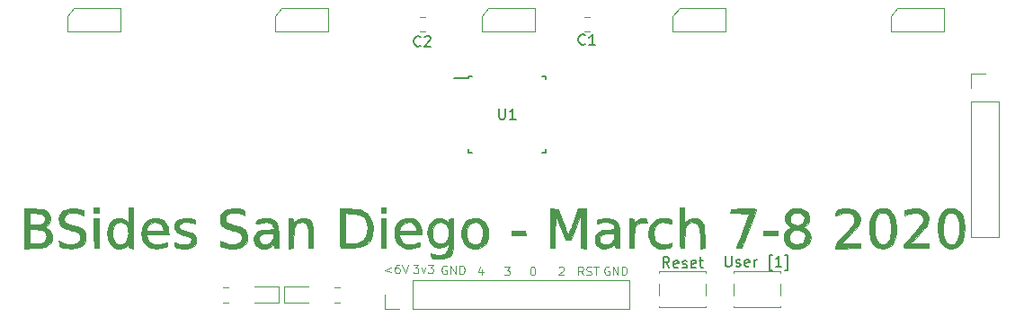
<source format=gto>
G04 #@! TF.GenerationSoftware,KiCad,Pcbnew,5.1.5-52549c5~84~ubuntu19.10.1*
G04 #@! TF.CreationDate,2020-01-03T09:39:47-08:00*
G04 #@! TF.ProjectId,bsidessd,62736964-6573-4736-942e-6b696361645f,2*
G04 #@! TF.SameCoordinates,Original*
G04 #@! TF.FileFunction,Legend,Top*
G04 #@! TF.FilePolarity,Positive*
%FSLAX46Y46*%
G04 Gerber Fmt 4.6, Leading zero omitted, Abs format (unit mm)*
G04 Created by KiCad (PCBNEW 5.1.5-52549c5~84~ubuntu19.10.1) date 2020-01-03 09:39:47*
%MOMM*%
%LPD*%
G04 APERTURE LIST*
%ADD10C,0.100000*%
%ADD11C,0.010000*%
%ADD12C,0.150000*%
%ADD13C,0.120000*%
G04 APERTURE END LIST*
D10*
X109590476Y-145400000D02*
X109514285Y-145361904D01*
X109400000Y-145361904D01*
X109285714Y-145400000D01*
X109209523Y-145476190D01*
X109171428Y-145552380D01*
X109133333Y-145704761D01*
X109133333Y-145819047D01*
X109171428Y-145971428D01*
X109209523Y-146047619D01*
X109285714Y-146123809D01*
X109400000Y-146161904D01*
X109476190Y-146161904D01*
X109590476Y-146123809D01*
X109628571Y-146085714D01*
X109628571Y-145819047D01*
X109476190Y-145819047D01*
X109971428Y-146161904D02*
X109971428Y-145361904D01*
X110428571Y-146161904D01*
X110428571Y-145361904D01*
X110809523Y-146161904D02*
X110809523Y-145361904D01*
X111000000Y-145361904D01*
X111114285Y-145400000D01*
X111190476Y-145476190D01*
X111228571Y-145552380D01*
X111266666Y-145704761D01*
X111266666Y-145819047D01*
X111228571Y-145971428D01*
X111190476Y-146047619D01*
X111114285Y-146123809D01*
X111000000Y-146161904D01*
X110809523Y-146161904D01*
X107161904Y-146161904D02*
X106895238Y-145780952D01*
X106704761Y-146161904D02*
X106704761Y-145361904D01*
X107009523Y-145361904D01*
X107085714Y-145400000D01*
X107123809Y-145438095D01*
X107161904Y-145514285D01*
X107161904Y-145628571D01*
X107123809Y-145704761D01*
X107085714Y-145742857D01*
X107009523Y-145780952D01*
X106704761Y-145780952D01*
X107466666Y-146123809D02*
X107580952Y-146161904D01*
X107771428Y-146161904D01*
X107847619Y-146123809D01*
X107885714Y-146085714D01*
X107923809Y-146009523D01*
X107923809Y-145933333D01*
X107885714Y-145857142D01*
X107847619Y-145819047D01*
X107771428Y-145780952D01*
X107619047Y-145742857D01*
X107542857Y-145704761D01*
X107504761Y-145666666D01*
X107466666Y-145590476D01*
X107466666Y-145514285D01*
X107504761Y-145438095D01*
X107542857Y-145400000D01*
X107619047Y-145361904D01*
X107809523Y-145361904D01*
X107923809Y-145400000D01*
X108152380Y-145361904D02*
X108609523Y-145361904D01*
X108380952Y-146161904D02*
X108380952Y-145361904D01*
X104871428Y-145438095D02*
X104909523Y-145400000D01*
X104985714Y-145361904D01*
X105176190Y-145361904D01*
X105252380Y-145400000D01*
X105290476Y-145438095D01*
X105328571Y-145514285D01*
X105328571Y-145590476D01*
X105290476Y-145704761D01*
X104833333Y-146161904D01*
X105328571Y-146161904D01*
X102361904Y-145361904D02*
X102438095Y-145361904D01*
X102514285Y-145400000D01*
X102552380Y-145438095D01*
X102590476Y-145514285D01*
X102628571Y-145666666D01*
X102628571Y-145857142D01*
X102590476Y-146009523D01*
X102552380Y-146085714D01*
X102514285Y-146123809D01*
X102438095Y-146161904D01*
X102361904Y-146161904D01*
X102285714Y-146123809D01*
X102247619Y-146085714D01*
X102209523Y-146009523D01*
X102171428Y-145857142D01*
X102171428Y-145666666D01*
X102209523Y-145514285D01*
X102247619Y-145438095D01*
X102285714Y-145400000D01*
X102361904Y-145361904D01*
X99733333Y-145361904D02*
X100228571Y-145361904D01*
X99961904Y-145666666D01*
X100076190Y-145666666D01*
X100152380Y-145704761D01*
X100190476Y-145742857D01*
X100228571Y-145819047D01*
X100228571Y-146009523D01*
X100190476Y-146085714D01*
X100152380Y-146123809D01*
X100076190Y-146161904D01*
X99847619Y-146161904D01*
X99771428Y-146123809D01*
X99733333Y-146085714D01*
X97652380Y-145628571D02*
X97652380Y-146161904D01*
X97461904Y-145323809D02*
X97271428Y-145895238D01*
X97766666Y-145895238D01*
X94290476Y-145300000D02*
X94214285Y-145261904D01*
X94100000Y-145261904D01*
X93985714Y-145300000D01*
X93909523Y-145376190D01*
X93871428Y-145452380D01*
X93833333Y-145604761D01*
X93833333Y-145719047D01*
X93871428Y-145871428D01*
X93909523Y-145947619D01*
X93985714Y-146023809D01*
X94100000Y-146061904D01*
X94176190Y-146061904D01*
X94290476Y-146023809D01*
X94328571Y-145985714D01*
X94328571Y-145719047D01*
X94176190Y-145719047D01*
X94671428Y-146061904D02*
X94671428Y-145261904D01*
X95128571Y-146061904D01*
X95128571Y-145261904D01*
X95509523Y-146061904D02*
X95509523Y-145261904D01*
X95700000Y-145261904D01*
X95814285Y-145300000D01*
X95890476Y-145376190D01*
X95928571Y-145452380D01*
X95966666Y-145604761D01*
X95966666Y-145719047D01*
X95928571Y-145871428D01*
X95890476Y-145947619D01*
X95814285Y-146023809D01*
X95700000Y-146061904D01*
X95509523Y-146061904D01*
X91147619Y-145161904D02*
X91642857Y-145161904D01*
X91376190Y-145466666D01*
X91490476Y-145466666D01*
X91566666Y-145504761D01*
X91604761Y-145542857D01*
X91642857Y-145619047D01*
X91642857Y-145809523D01*
X91604761Y-145885714D01*
X91566666Y-145923809D01*
X91490476Y-145961904D01*
X91261904Y-145961904D01*
X91185714Y-145923809D01*
X91147619Y-145885714D01*
X91909523Y-145428571D02*
X92100000Y-145961904D01*
X92290476Y-145428571D01*
X92519047Y-145161904D02*
X93014285Y-145161904D01*
X92747619Y-145466666D01*
X92861904Y-145466666D01*
X92938095Y-145504761D01*
X92976190Y-145542857D01*
X93014285Y-145619047D01*
X93014285Y-145809523D01*
X92976190Y-145885714D01*
X92938095Y-145923809D01*
X92861904Y-145961904D01*
X92633333Y-145961904D01*
X92557142Y-145923809D01*
X92519047Y-145885714D01*
X89080952Y-145428571D02*
X88471428Y-145657142D01*
X89080952Y-145885714D01*
X89804761Y-145161904D02*
X89652380Y-145161904D01*
X89576190Y-145200000D01*
X89538095Y-145238095D01*
X89461904Y-145352380D01*
X89423809Y-145504761D01*
X89423809Y-145809523D01*
X89461904Y-145885714D01*
X89500000Y-145923809D01*
X89576190Y-145961904D01*
X89728571Y-145961904D01*
X89804761Y-145923809D01*
X89842857Y-145885714D01*
X89880952Y-145809523D01*
X89880952Y-145619047D01*
X89842857Y-145542857D01*
X89804761Y-145504761D01*
X89728571Y-145466666D01*
X89576190Y-145466666D01*
X89500000Y-145504761D01*
X89461904Y-145542857D01*
X89423809Y-145619047D01*
X90109523Y-145161904D02*
X90376190Y-145961904D01*
X90642857Y-145161904D01*
D11*
G36*
X88484310Y-139757100D02*
G01*
X88548975Y-139798442D01*
X88568629Y-139909590D01*
X88570000Y-140036750D01*
X88565255Y-140212327D01*
X88533100Y-140295468D01*
X88446652Y-140320737D01*
X88347750Y-140322500D01*
X88211189Y-140316399D01*
X88146524Y-140275057D01*
X88126870Y-140163909D01*
X88125500Y-140036750D01*
X88130244Y-139861172D01*
X88162399Y-139778031D01*
X88248847Y-139752762D01*
X88347750Y-139751000D01*
X88484310Y-139757100D01*
G37*
X88484310Y-139757100D02*
X88548975Y-139798442D01*
X88568629Y-139909590D01*
X88570000Y-140036750D01*
X88565255Y-140212327D01*
X88533100Y-140295468D01*
X88446652Y-140320737D01*
X88347750Y-140322500D01*
X88211189Y-140316399D01*
X88146524Y-140275057D01*
X88126870Y-140163909D01*
X88125500Y-140036750D01*
X88130244Y-139861172D01*
X88162399Y-139778031D01*
X88248847Y-139752762D01*
X88347750Y-139751000D01*
X88484310Y-139757100D01*
G36*
X61582500Y-140322500D02*
G01*
X61074500Y-140322500D01*
X61074500Y-139751000D01*
X61582500Y-139751000D01*
X61582500Y-140322500D01*
G37*
X61582500Y-140322500D02*
X61074500Y-140322500D01*
X61074500Y-139751000D01*
X61582500Y-139751000D01*
X61582500Y-140322500D01*
G36*
X124780875Y-141987153D02*
G01*
X125431750Y-142005250D01*
X125471546Y-142418000D01*
X124130000Y-142418000D01*
X124130000Y-141969057D01*
X124780875Y-141987153D01*
G37*
X124780875Y-141987153D02*
X125431750Y-142005250D01*
X125471546Y-142418000D01*
X124130000Y-142418000D01*
X124130000Y-141969057D01*
X124780875Y-141987153D01*
G36*
X101031875Y-141987153D02*
G01*
X101682750Y-142005250D01*
X101722546Y-142418000D01*
X100381000Y-142418000D01*
X100381000Y-141969057D01*
X101031875Y-141987153D01*
G37*
X101031875Y-141987153D02*
X101682750Y-142005250D01*
X101722546Y-142418000D01*
X100381000Y-142418000D01*
X100381000Y-141969057D01*
X101031875Y-141987153D01*
G36*
X138583308Y-139845398D02*
G01*
X138761251Y-139876858D01*
X139130027Y-140007321D01*
X139408903Y-140216254D01*
X139591289Y-140486272D01*
X139670597Y-140799992D01*
X139640240Y-141140030D01*
X139493628Y-141489001D01*
X139416562Y-141605998D01*
X139298374Y-141753287D01*
X139113812Y-141964504D01*
X138886218Y-142213690D01*
X138638938Y-142474886D01*
X138586410Y-142529125D01*
X137953336Y-143180000D01*
X139687500Y-143180000D01*
X139687500Y-143624500D01*
X138555083Y-143624500D01*
X138188049Y-143622233D01*
X137865830Y-143615941D01*
X137609575Y-143606386D01*
X137440427Y-143594330D01*
X137380333Y-143582166D01*
X137348946Y-143493035D01*
X137338000Y-143365235D01*
X137356716Y-143281280D01*
X137419685Y-143168074D01*
X137537141Y-143012769D01*
X137719315Y-142802520D01*
X137976440Y-142524480D01*
X138169630Y-142321150D01*
X138515843Y-141952362D01*
X138777592Y-141655168D01*
X138964046Y-141415356D01*
X139084373Y-141218719D01*
X139147741Y-141051045D01*
X139163317Y-140898126D01*
X139151919Y-140798640D01*
X139048546Y-140548534D01*
X138856308Y-140375691D01*
X138590346Y-140284491D01*
X138265800Y-140279313D01*
X137897812Y-140364538D01*
X137790253Y-140404712D01*
X137394786Y-140564448D01*
X137433250Y-140036750D01*
X137916054Y-139919188D01*
X138189732Y-139859037D01*
X138394752Y-139835311D01*
X138583308Y-139845398D01*
G37*
X138583308Y-139845398D02*
X138761251Y-139876858D01*
X139130027Y-140007321D01*
X139408903Y-140216254D01*
X139591289Y-140486272D01*
X139670597Y-140799992D01*
X139640240Y-141140030D01*
X139493628Y-141489001D01*
X139416562Y-141605998D01*
X139298374Y-141753287D01*
X139113812Y-141964504D01*
X138886218Y-142213690D01*
X138638938Y-142474886D01*
X138586410Y-142529125D01*
X137953336Y-143180000D01*
X139687500Y-143180000D01*
X139687500Y-143624500D01*
X138555083Y-143624500D01*
X138188049Y-143622233D01*
X137865830Y-143615941D01*
X137609575Y-143606386D01*
X137440427Y-143594330D01*
X137380333Y-143582166D01*
X137348946Y-143493035D01*
X137338000Y-143365235D01*
X137356716Y-143281280D01*
X137419685Y-143168074D01*
X137537141Y-143012769D01*
X137719315Y-142802520D01*
X137976440Y-142524480D01*
X138169630Y-142321150D01*
X138515843Y-141952362D01*
X138777592Y-141655168D01*
X138964046Y-141415356D01*
X139084373Y-141218719D01*
X139147741Y-141051045D01*
X139163317Y-140898126D01*
X139151919Y-140798640D01*
X139048546Y-140548534D01*
X138856308Y-140375691D01*
X138590346Y-140284491D01*
X138265800Y-140279313D01*
X137897812Y-140364538D01*
X137790253Y-140404712D01*
X137394786Y-140564448D01*
X137433250Y-140036750D01*
X137916054Y-139919188D01*
X138189732Y-139859037D01*
X138394752Y-139835311D01*
X138583308Y-139845398D01*
G36*
X132456730Y-139920548D02*
G01*
X132761036Y-140064492D01*
X132997199Y-140271293D01*
X133152929Y-140531106D01*
X133215935Y-140834083D01*
X133173924Y-141170377D01*
X133075414Y-141420404D01*
X132982869Y-141560440D01*
X132819290Y-141765554D01*
X132604673Y-142012268D01*
X132359017Y-142277102D01*
X132249914Y-142389595D01*
X132012540Y-142633612D01*
X131810403Y-142846579D01*
X131658807Y-143011960D01*
X131573055Y-143113213D01*
X131559500Y-143135720D01*
X131619148Y-143151870D01*
X131782707Y-143165383D01*
X132027095Y-143175072D01*
X132329229Y-143179749D01*
X132420773Y-143180000D01*
X133282046Y-143180000D01*
X133242250Y-143592750D01*
X130924500Y-143627364D01*
X130924500Y-143396218D01*
X130932251Y-143300657D01*
X130964026Y-143205261D01*
X131032601Y-143092567D01*
X131150756Y-142945112D01*
X131331268Y-142745431D01*
X131586916Y-142476062D01*
X131632557Y-142428542D01*
X131977294Y-142066030D01*
X132240997Y-141777626D01*
X132433908Y-141549135D01*
X132566270Y-141366362D01*
X132648326Y-141215112D01*
X132690317Y-141081190D01*
X132702488Y-140950400D01*
X132702500Y-140945738D01*
X132651349Y-140661309D01*
X132506490Y-140450258D01*
X132280813Y-140316929D01*
X131987206Y-140265666D01*
X131638562Y-140300811D01*
X131247767Y-140426709D01*
X131210312Y-140442930D01*
X130924500Y-140569358D01*
X130924500Y-140324032D01*
X130931062Y-140181647D01*
X130970529Y-140095064D01*
X131072570Y-140032270D01*
X131257875Y-139964332D01*
X131692858Y-139860621D01*
X132096574Y-139849309D01*
X132456730Y-139920548D01*
G37*
X132456730Y-139920548D02*
X132761036Y-140064492D01*
X132997199Y-140271293D01*
X133152929Y-140531106D01*
X133215935Y-140834083D01*
X133173924Y-141170377D01*
X133075414Y-141420404D01*
X132982869Y-141560440D01*
X132819290Y-141765554D01*
X132604673Y-142012268D01*
X132359017Y-142277102D01*
X132249914Y-142389595D01*
X132012540Y-142633612D01*
X131810403Y-142846579D01*
X131658807Y-143011960D01*
X131573055Y-143113213D01*
X131559500Y-143135720D01*
X131619148Y-143151870D01*
X131782707Y-143165383D01*
X132027095Y-143175072D01*
X132329229Y-143179749D01*
X132420773Y-143180000D01*
X133282046Y-143180000D01*
X133242250Y-143592750D01*
X130924500Y-143627364D01*
X130924500Y-143396218D01*
X130932251Y-143300657D01*
X130964026Y-143205261D01*
X131032601Y-143092567D01*
X131150756Y-142945112D01*
X131331268Y-142745431D01*
X131586916Y-142476062D01*
X131632557Y-142428542D01*
X131977294Y-142066030D01*
X132240997Y-141777626D01*
X132433908Y-141549135D01*
X132566270Y-141366362D01*
X132648326Y-141215112D01*
X132690317Y-141081190D01*
X132702488Y-140950400D01*
X132702500Y-140945738D01*
X132651349Y-140661309D01*
X132506490Y-140450258D01*
X132280813Y-140316929D01*
X131987206Y-140265666D01*
X131638562Y-140300811D01*
X131247767Y-140426709D01*
X131210312Y-140442930D01*
X130924500Y-140569358D01*
X130924500Y-140324032D01*
X130931062Y-140181647D01*
X130970529Y-140095064D01*
X131072570Y-140032270D01*
X131257875Y-139964332D01*
X131692858Y-139860621D01*
X132096574Y-139849309D01*
X132456730Y-139920548D01*
G36*
X123179941Y-139891262D02*
G01*
X123316707Y-139902948D01*
X123393082Y-139922786D01*
X123425710Y-139952039D01*
X123431500Y-139982899D01*
X123409389Y-140067571D01*
X123347750Y-140251850D01*
X123253626Y-140517190D01*
X123134057Y-140845042D01*
X122996087Y-141216861D01*
X122846755Y-141614100D01*
X122693104Y-142018211D01*
X122542175Y-142410648D01*
X122401011Y-142772864D01*
X122276652Y-143086312D01*
X122176141Y-143332446D01*
X122106519Y-143492718D01*
X122079034Y-143545125D01*
X121990435Y-143594228D01*
X121848729Y-143620122D01*
X121703885Y-143620565D01*
X121605873Y-143593316D01*
X121590000Y-143567060D01*
X121612064Y-143494646D01*
X121674232Y-143320104D01*
X121770461Y-143059627D01*
X121894711Y-142729406D01*
X122040942Y-142345635D01*
X122193250Y-141949998D01*
X122354425Y-141532064D01*
X122499362Y-141153861D01*
X122622046Y-140831277D01*
X122716464Y-140580200D01*
X122776600Y-140416517D01*
X122796500Y-140356438D01*
X122736780Y-140344266D01*
X122572733Y-140334029D01*
X122327029Y-140326586D01*
X122022334Y-140322801D01*
X121903476Y-140322500D01*
X121010453Y-140322500D01*
X121030351Y-140116125D01*
X121050250Y-139909750D01*
X122240875Y-139892473D01*
X122658668Y-139887289D01*
X122966143Y-139886464D01*
X123179941Y-139891262D01*
G37*
X123179941Y-139891262D02*
X123316707Y-139902948D01*
X123393082Y-139922786D01*
X123425710Y-139952039D01*
X123431500Y-139982899D01*
X123409389Y-140067571D01*
X123347750Y-140251850D01*
X123253626Y-140517190D01*
X123134057Y-140845042D01*
X122996087Y-141216861D01*
X122846755Y-141614100D01*
X122693104Y-142018211D01*
X122542175Y-142410648D01*
X122401011Y-142772864D01*
X122276652Y-143086312D01*
X122176141Y-143332446D01*
X122106519Y-143492718D01*
X122079034Y-143545125D01*
X121990435Y-143594228D01*
X121848729Y-143620122D01*
X121703885Y-143620565D01*
X121605873Y-143593316D01*
X121590000Y-143567060D01*
X121612064Y-143494646D01*
X121674232Y-143320104D01*
X121770461Y-143059627D01*
X121894711Y-142729406D01*
X122040942Y-142345635D01*
X122193250Y-141949998D01*
X122354425Y-141532064D01*
X122499362Y-141153861D01*
X122622046Y-140831277D01*
X122716464Y-140580200D01*
X122776600Y-140416517D01*
X122796500Y-140356438D01*
X122736780Y-140344266D01*
X122572733Y-140334029D01*
X122327029Y-140326586D01*
X122022334Y-140322801D01*
X121903476Y-140322500D01*
X121010453Y-140322500D01*
X121030351Y-140116125D01*
X121050250Y-139909750D01*
X122240875Y-139892473D01*
X122658668Y-139887289D01*
X122966143Y-139886464D01*
X123179941Y-139891262D01*
G36*
X116700500Y-141235260D02*
G01*
X116875125Y-141068670D01*
X117152558Y-140875492D01*
X117460255Y-140777713D01*
X117772101Y-140772180D01*
X118061981Y-140855740D01*
X118303777Y-141025240D01*
X118464068Y-141260515D01*
X118505757Y-141381328D01*
X118535531Y-141540246D01*
X118555163Y-141758489D01*
X118566425Y-142057277D01*
X118571090Y-142457829D01*
X118571372Y-142545000D01*
X118573750Y-143592750D01*
X118161000Y-143632546D01*
X118157214Y-142850648D01*
X118149500Y-142374389D01*
X118129478Y-142007323D01*
X118094033Y-141731972D01*
X118040053Y-141530863D01*
X117964422Y-141386519D01*
X117879944Y-141294680D01*
X117646648Y-141171361D01*
X117382441Y-141163403D01*
X117109616Y-141270852D01*
X117075015Y-141293073D01*
X116942378Y-141401877D01*
X116844832Y-141537353D01*
X116777303Y-141719441D01*
X116734722Y-141968080D01*
X116712015Y-142303210D01*
X116704112Y-142744770D01*
X116704084Y-142751375D01*
X116700500Y-143624500D01*
X116520583Y-143624500D01*
X116375152Y-143610900D01*
X116298333Y-143582166D01*
X116287674Y-143510305D01*
X116278000Y-143327477D01*
X116269660Y-143049714D01*
X116263006Y-142693046D01*
X116258386Y-142273507D01*
X116256153Y-141807126D01*
X116256000Y-141645416D01*
X116256000Y-139751000D01*
X116700500Y-139751000D01*
X116700500Y-141235260D01*
G37*
X116700500Y-141235260D02*
X116875125Y-141068670D01*
X117152558Y-140875492D01*
X117460255Y-140777713D01*
X117772101Y-140772180D01*
X118061981Y-140855740D01*
X118303777Y-141025240D01*
X118464068Y-141260515D01*
X118505757Y-141381328D01*
X118535531Y-141540246D01*
X118555163Y-141758489D01*
X118566425Y-142057277D01*
X118571090Y-142457829D01*
X118571372Y-142545000D01*
X118573750Y-143592750D01*
X118161000Y-143632546D01*
X118157214Y-142850648D01*
X118149500Y-142374389D01*
X118129478Y-142007323D01*
X118094033Y-141731972D01*
X118040053Y-141530863D01*
X117964422Y-141386519D01*
X117879944Y-141294680D01*
X117646648Y-141171361D01*
X117382441Y-141163403D01*
X117109616Y-141270852D01*
X117075015Y-141293073D01*
X116942378Y-141401877D01*
X116844832Y-141537353D01*
X116777303Y-141719441D01*
X116734722Y-141968080D01*
X116712015Y-142303210D01*
X116704112Y-142744770D01*
X116704084Y-142751375D01*
X116700500Y-143624500D01*
X116520583Y-143624500D01*
X116375152Y-143610900D01*
X116298333Y-143582166D01*
X116287674Y-143510305D01*
X116278000Y-143327477D01*
X116269660Y-143049714D01*
X116263006Y-142693046D01*
X116258386Y-142273507D01*
X116256153Y-141807126D01*
X116256000Y-141645416D01*
X116256000Y-139751000D01*
X116700500Y-139751000D01*
X116700500Y-141235260D01*
G36*
X113046599Y-140807363D02*
G01*
X113111858Y-140883574D01*
X113132753Y-141006535D01*
X113152756Y-141214321D01*
X112907201Y-141175055D01*
X112603469Y-141180452D01*
X112332050Y-141285414D01*
X112126548Y-141475010D01*
X112086128Y-141539872D01*
X112038194Y-141653055D01*
X112003197Y-141803185D01*
X111978428Y-142012949D01*
X111961180Y-142305032D01*
X111949087Y-142687875D01*
X111926351Y-143624500D01*
X111493500Y-143624500D01*
X111493500Y-140830500D01*
X111715750Y-140830500D01*
X111864964Y-140840929D01*
X111926168Y-140895059D01*
X111937999Y-141027151D01*
X111938000Y-141027578D01*
X111938000Y-141224656D01*
X112161414Y-141028495D01*
X112400730Y-140855565D01*
X112636560Y-140778871D01*
X112897588Y-140778196D01*
X113046599Y-140807363D01*
G37*
X113046599Y-140807363D02*
X113111858Y-140883574D01*
X113132753Y-141006535D01*
X113152756Y-141214321D01*
X112907201Y-141175055D01*
X112603469Y-141180452D01*
X112332050Y-141285414D01*
X112126548Y-141475010D01*
X112086128Y-141539872D01*
X112038194Y-141653055D01*
X112003197Y-141803185D01*
X111978428Y-142012949D01*
X111961180Y-142305032D01*
X111949087Y-142687875D01*
X111926351Y-143624500D01*
X111493500Y-143624500D01*
X111493500Y-140830500D01*
X111715750Y-140830500D01*
X111864964Y-140840929D01*
X111926168Y-140895059D01*
X111937999Y-141027151D01*
X111938000Y-141027578D01*
X111938000Y-141224656D01*
X112161414Y-141028495D01*
X112400730Y-140855565D01*
X112636560Y-140778871D01*
X112897588Y-140778196D01*
X113046599Y-140807363D01*
G36*
X104794250Y-139909750D02*
G01*
X105242438Y-141098772D01*
X105380855Y-141463159D01*
X105505509Y-141785981D01*
X105609075Y-142048698D01*
X105684227Y-142232769D01*
X105723641Y-142319654D01*
X105726337Y-142323503D01*
X105758016Y-142277740D01*
X105826234Y-142129512D01*
X105924011Y-141895668D01*
X106044372Y-141593056D01*
X106180337Y-141238523D01*
X106225350Y-141118606D01*
X106688653Y-139878000D01*
X107429500Y-139878000D01*
X107429500Y-143632166D01*
X106953250Y-143592750D01*
X106889750Y-140481250D01*
X106003812Y-142862500D01*
X105481787Y-142862500D01*
X105048171Y-141703625D01*
X104911268Y-141341757D01*
X104786603Y-141019773D01*
X104681906Y-140757040D01*
X104604909Y-140572924D01*
X104563340Y-140486792D01*
X104561528Y-140484425D01*
X104547145Y-140528247D01*
X104534245Y-140682972D01*
X104523380Y-140932506D01*
X104515105Y-141260757D01*
X104509974Y-141651630D01*
X104508500Y-142024300D01*
X104508500Y-143624500D01*
X104064000Y-143624500D01*
X104064000Y-139871662D01*
X104794250Y-139909750D01*
G37*
X104794250Y-139909750D02*
X105242438Y-141098772D01*
X105380855Y-141463159D01*
X105505509Y-141785981D01*
X105609075Y-142048698D01*
X105684227Y-142232769D01*
X105723641Y-142319654D01*
X105726337Y-142323503D01*
X105758016Y-142277740D01*
X105826234Y-142129512D01*
X105924011Y-141895668D01*
X106044372Y-141593056D01*
X106180337Y-141238523D01*
X106225350Y-141118606D01*
X106688653Y-139878000D01*
X107429500Y-139878000D01*
X107429500Y-143632166D01*
X106953250Y-143592750D01*
X106889750Y-140481250D01*
X106003812Y-142862500D01*
X105481787Y-142862500D01*
X105048171Y-141703625D01*
X104911268Y-141341757D01*
X104786603Y-141019773D01*
X104681906Y-140757040D01*
X104604909Y-140572924D01*
X104563340Y-140486792D01*
X104561528Y-140484425D01*
X104547145Y-140528247D01*
X104534245Y-140682972D01*
X104523380Y-140932506D01*
X104515105Y-141260757D01*
X104509974Y-141651630D01*
X104508500Y-142024300D01*
X104508500Y-143624500D01*
X104064000Y-143624500D01*
X104064000Y-139871662D01*
X104794250Y-139909750D01*
G36*
X88570000Y-143624500D02*
G01*
X88390083Y-143624500D01*
X88244652Y-143610900D01*
X88167833Y-143582166D01*
X88155313Y-143508803D01*
X88144262Y-143327624D01*
X88135262Y-143057807D01*
X88128893Y-142718534D01*
X88125737Y-142328985D01*
X88125500Y-142185166D01*
X88125500Y-140830500D01*
X88570000Y-140830500D01*
X88570000Y-143624500D01*
G37*
X88570000Y-143624500D02*
X88390083Y-143624500D01*
X88244652Y-143610900D01*
X88167833Y-143582166D01*
X88155313Y-143508803D01*
X88144262Y-143327624D01*
X88135262Y-143057807D01*
X88128893Y-142718534D01*
X88125737Y-142328985D01*
X88125500Y-142185166D01*
X88125500Y-140830500D01*
X88570000Y-140830500D01*
X88570000Y-143624500D01*
G36*
X85093375Y-139895621D02*
G01*
X85597015Y-139926831D01*
X85995700Y-139976824D01*
X86310840Y-140051702D01*
X86563846Y-140157571D01*
X86776129Y-140300532D01*
X86895605Y-140409394D01*
X87147050Y-140750406D01*
X87302804Y-141174714D01*
X87362749Y-141681977D01*
X87363500Y-141751250D01*
X87315509Y-142261763D01*
X87173539Y-142693805D01*
X86940591Y-143042663D01*
X86619669Y-143303621D01*
X86279970Y-143452799D01*
X86100193Y-143493665D01*
X85847057Y-143531828D01*
X85547825Y-143565402D01*
X85229761Y-143592501D01*
X84920128Y-143611238D01*
X84646191Y-143619727D01*
X84435214Y-143616082D01*
X84314461Y-143598416D01*
X84299625Y-143589814D01*
X84287458Y-143515817D01*
X84276440Y-143331193D01*
X84271312Y-143180000D01*
X84760000Y-143180000D01*
X85224724Y-143180000D01*
X85513900Y-143165906D01*
X85805640Y-143129177D01*
X86012498Y-143084064D01*
X86344805Y-142929973D01*
X86525688Y-142771570D01*
X86709970Y-142474548D01*
X86816961Y-142113983D01*
X86847387Y-141723102D01*
X86801972Y-141335129D01*
X86681442Y-140983293D01*
X86486521Y-140700818D01*
X86480366Y-140694597D01*
X86268171Y-140522510D01*
X86020868Y-140408913D01*
X85710321Y-140345292D01*
X85308394Y-140323132D01*
X85252125Y-140322854D01*
X84760000Y-140322500D01*
X84760000Y-143180000D01*
X84271312Y-143180000D01*
X84266981Y-143052312D01*
X84259495Y-142695543D01*
X84254394Y-142277257D01*
X84252090Y-141813824D01*
X84252000Y-141699911D01*
X84252000Y-139859989D01*
X85093375Y-139895621D01*
G37*
X85093375Y-139895621D02*
X85597015Y-139926831D01*
X85995700Y-139976824D01*
X86310840Y-140051702D01*
X86563846Y-140157571D01*
X86776129Y-140300532D01*
X86895605Y-140409394D01*
X87147050Y-140750406D01*
X87302804Y-141174714D01*
X87362749Y-141681977D01*
X87363500Y-141751250D01*
X87315509Y-142261763D01*
X87173539Y-142693805D01*
X86940591Y-143042663D01*
X86619669Y-143303621D01*
X86279970Y-143452799D01*
X86100193Y-143493665D01*
X85847057Y-143531828D01*
X85547825Y-143565402D01*
X85229761Y-143592501D01*
X84920128Y-143611238D01*
X84646191Y-143619727D01*
X84435214Y-143616082D01*
X84314461Y-143598416D01*
X84299625Y-143589814D01*
X84287458Y-143515817D01*
X84276440Y-143331193D01*
X84271312Y-143180000D01*
X84760000Y-143180000D01*
X85224724Y-143180000D01*
X85513900Y-143165906D01*
X85805640Y-143129177D01*
X86012498Y-143084064D01*
X86344805Y-142929973D01*
X86525688Y-142771570D01*
X86709970Y-142474548D01*
X86816961Y-142113983D01*
X86847387Y-141723102D01*
X86801972Y-141335129D01*
X86681442Y-140983293D01*
X86486521Y-140700818D01*
X86480366Y-140694597D01*
X86268171Y-140522510D01*
X86020868Y-140408913D01*
X85710321Y-140345292D01*
X85308394Y-140323132D01*
X85252125Y-140322854D01*
X84760000Y-140322500D01*
X84760000Y-143180000D01*
X84271312Y-143180000D01*
X84266981Y-143052312D01*
X84259495Y-142695543D01*
X84254394Y-142277257D01*
X84252090Y-141813824D01*
X84252000Y-141699911D01*
X84252000Y-139859989D01*
X85093375Y-139895621D01*
G36*
X80949554Y-140782443D02*
G01*
X81239449Y-140879569D01*
X81401987Y-140996423D01*
X81508942Y-141116193D01*
X81588703Y-141255260D01*
X81645021Y-141433336D01*
X81681644Y-141670135D01*
X81702322Y-141985369D01*
X81710806Y-142398753D01*
X81711645Y-142624375D01*
X81712000Y-143624500D01*
X81267500Y-143624500D01*
X81267500Y-142669960D01*
X81261335Y-142205052D01*
X81240269Y-141850599D01*
X81200446Y-141590540D01*
X81138008Y-141408811D01*
X81049097Y-141289350D01*
X80929858Y-141216093D01*
X80917187Y-141211096D01*
X80660083Y-141152409D01*
X80413655Y-141192736D01*
X80292258Y-141243231D01*
X80156046Y-141317413D01*
X80055139Y-141405183D01*
X79983428Y-141526311D01*
X79934807Y-141700569D01*
X79903166Y-141947729D01*
X79882399Y-142287560D01*
X79870500Y-142608500D01*
X79838750Y-143592750D01*
X79426000Y-143632546D01*
X79426000Y-140830500D01*
X79648250Y-140830500D01*
X79797695Y-140841317D01*
X79858985Y-140894972D01*
X79870500Y-141014726D01*
X79870500Y-141198953D01*
X80065548Y-141016750D01*
X80325015Y-140851606D01*
X80632213Y-140773313D01*
X80949554Y-140782443D01*
G37*
X80949554Y-140782443D02*
X81239449Y-140879569D01*
X81401987Y-140996423D01*
X81508942Y-141116193D01*
X81588703Y-141255260D01*
X81645021Y-141433336D01*
X81681644Y-141670135D01*
X81702322Y-141985369D01*
X81710806Y-142398753D01*
X81711645Y-142624375D01*
X81712000Y-143624500D01*
X81267500Y-143624500D01*
X81267500Y-142669960D01*
X81261335Y-142205052D01*
X81240269Y-141850599D01*
X81200446Y-141590540D01*
X81138008Y-141408811D01*
X81049097Y-141289350D01*
X80929858Y-141216093D01*
X80917187Y-141211096D01*
X80660083Y-141152409D01*
X80413655Y-141192736D01*
X80292258Y-141243231D01*
X80156046Y-141317413D01*
X80055139Y-141405183D01*
X79983428Y-141526311D01*
X79934807Y-141700569D01*
X79903166Y-141947729D01*
X79882399Y-142287560D01*
X79870500Y-142608500D01*
X79838750Y-143592750D01*
X79426000Y-143632546D01*
X79426000Y-140830500D01*
X79648250Y-140830500D01*
X79797695Y-140841317D01*
X79858985Y-140894972D01*
X79870500Y-141014726D01*
X79870500Y-141198953D01*
X80065548Y-141016750D01*
X80325015Y-140851606D01*
X80632213Y-140773313D01*
X80949554Y-140782443D01*
G36*
X61550750Y-143592750D02*
G01*
X61357967Y-143611634D01*
X61207396Y-143611528D01*
X61119842Y-143585176D01*
X61106429Y-143510890D01*
X61094590Y-143328844D01*
X61084949Y-143058273D01*
X61078129Y-142718412D01*
X61074752Y-142328498D01*
X61074500Y-142185166D01*
X61074500Y-140830500D01*
X61584976Y-140830500D01*
X61550750Y-143592750D01*
G37*
X61550750Y-143592750D02*
X61357967Y-143611634D01*
X61207396Y-143611528D01*
X61119842Y-143585176D01*
X61106429Y-143510890D01*
X61094590Y-143328844D01*
X61084949Y-143058273D01*
X61078129Y-142718412D01*
X61074752Y-142328498D01*
X61074500Y-142185166D01*
X61074500Y-140830500D01*
X61584976Y-140830500D01*
X61550750Y-143592750D01*
G36*
X55407125Y-139890151D02*
G01*
X55803479Y-139906969D01*
X56098049Y-139931839D01*
X56316034Y-139970902D01*
X56482634Y-140030295D01*
X56623051Y-140116159D01*
X56741338Y-140215174D01*
X56901995Y-140436404D01*
X56976904Y-140704505D01*
X56968433Y-140984481D01*
X56878946Y-141241332D01*
X56710811Y-141440059D01*
X56656029Y-141476994D01*
X56435749Y-141606962D01*
X56639235Y-141710856D01*
X56894461Y-141900180D01*
X57052824Y-142163253D01*
X57120089Y-142494741D01*
X57100230Y-142845482D01*
X56977819Y-143124919D01*
X56746500Y-143344667D01*
X56611601Y-143423888D01*
X56476677Y-143485597D01*
X56332535Y-143530046D01*
X56152138Y-143561439D01*
X55908450Y-143583983D01*
X55574436Y-143601882D01*
X55428468Y-143607936D01*
X54534000Y-143643346D01*
X54534000Y-141846500D01*
X55042000Y-141846500D01*
X55042000Y-143180000D01*
X55552039Y-143180000D01*
X55848003Y-143167906D01*
X56106541Y-143135389D01*
X56275336Y-143090895D01*
X56473924Y-142944765D01*
X56586825Y-142722101D01*
X56604974Y-142447651D01*
X56571173Y-142283227D01*
X56488244Y-142097280D01*
X56356621Y-141969717D01*
X56155983Y-141891541D01*
X55866007Y-141853753D01*
X55584903Y-141846500D01*
X55042000Y-141846500D01*
X54534000Y-141846500D01*
X54534000Y-140322500D01*
X55042000Y-140322500D01*
X55042000Y-141402000D01*
X55547012Y-141402000D01*
X55808813Y-141393271D01*
X56038339Y-141370202D01*
X56191849Y-141337467D01*
X56206759Y-141331497D01*
X56393500Y-141186910D01*
X56482938Y-140987211D01*
X56470895Y-140763642D01*
X56353193Y-140547443D01*
X56316884Y-140508115D01*
X56218619Y-140417735D01*
X56122861Y-140362728D01*
X55995224Y-140334355D01*
X55801325Y-140323875D01*
X55586634Y-140322500D01*
X55042000Y-140322500D01*
X54534000Y-140322500D01*
X54534000Y-139861720D01*
X55407125Y-139890151D01*
G37*
X55407125Y-139890151D02*
X55803479Y-139906969D01*
X56098049Y-139931839D01*
X56316034Y-139970902D01*
X56482634Y-140030295D01*
X56623051Y-140116159D01*
X56741338Y-140215174D01*
X56901995Y-140436404D01*
X56976904Y-140704505D01*
X56968433Y-140984481D01*
X56878946Y-141241332D01*
X56710811Y-141440059D01*
X56656029Y-141476994D01*
X56435749Y-141606962D01*
X56639235Y-141710856D01*
X56894461Y-141900180D01*
X57052824Y-142163253D01*
X57120089Y-142494741D01*
X57100230Y-142845482D01*
X56977819Y-143124919D01*
X56746500Y-143344667D01*
X56611601Y-143423888D01*
X56476677Y-143485597D01*
X56332535Y-143530046D01*
X56152138Y-143561439D01*
X55908450Y-143583983D01*
X55574436Y-143601882D01*
X55428468Y-143607936D01*
X54534000Y-143643346D01*
X54534000Y-141846500D01*
X55042000Y-141846500D01*
X55042000Y-143180000D01*
X55552039Y-143180000D01*
X55848003Y-143167906D01*
X56106541Y-143135389D01*
X56275336Y-143090895D01*
X56473924Y-142944765D01*
X56586825Y-142722101D01*
X56604974Y-142447651D01*
X56571173Y-142283227D01*
X56488244Y-142097280D01*
X56356621Y-141969717D01*
X56155983Y-141891541D01*
X55866007Y-141853753D01*
X55584903Y-141846500D01*
X55042000Y-141846500D01*
X54534000Y-141846500D01*
X54534000Y-140322500D01*
X55042000Y-140322500D01*
X55042000Y-141402000D01*
X55547012Y-141402000D01*
X55808813Y-141393271D01*
X56038339Y-141370202D01*
X56191849Y-141337467D01*
X56206759Y-141331497D01*
X56393500Y-141186910D01*
X56482938Y-140987211D01*
X56470895Y-140763642D01*
X56353193Y-140547443D01*
X56316884Y-140508115D01*
X56218619Y-140417735D01*
X56122861Y-140362728D01*
X55995224Y-140334355D01*
X55801325Y-140323875D01*
X55586634Y-140322500D01*
X55042000Y-140322500D01*
X54534000Y-140322500D01*
X54534000Y-139861720D01*
X55407125Y-139890151D01*
G36*
X142106003Y-139879320D02*
G01*
X142435765Y-140020311D01*
X142698863Y-140267225D01*
X142893660Y-140616896D01*
X143018519Y-141066158D01*
X143071805Y-141611846D01*
X143073764Y-141751250D01*
X143036663Y-142314593D01*
X142926754Y-142785472D01*
X142746129Y-143159745D01*
X142496880Y-143433275D01*
X142181097Y-143601923D01*
X142130818Y-143617173D01*
X141910480Y-143669853D01*
X141743868Y-143677076D01*
X141565332Y-143636725D01*
X141442466Y-143594984D01*
X141125479Y-143429793D01*
X140882193Y-143182520D01*
X140709160Y-142845969D01*
X140602929Y-142412940D01*
X140560050Y-141876238D01*
X140558771Y-141751250D01*
X141059874Y-141751250D01*
X141084602Y-142269904D01*
X141162776Y-142675380D01*
X141295728Y-142970313D01*
X141484795Y-143157342D01*
X141731308Y-143239102D01*
X141814750Y-143243500D01*
X142026772Y-143217871D01*
X142185303Y-143122821D01*
X142239709Y-143068875D01*
X142391956Y-142855601D01*
X142494533Y-142584814D01*
X142553071Y-142234798D01*
X142573205Y-141783835D01*
X142573210Y-141783000D01*
X142550974Y-141259886D01*
X142476862Y-140850071D01*
X142349205Y-140550201D01*
X142166332Y-140356918D01*
X141926574Y-140266867D01*
X141814750Y-140259000D01*
X141558699Y-140301237D01*
X141359477Y-140432461D01*
X141213659Y-140659442D01*
X141117820Y-140988947D01*
X141068537Y-141427747D01*
X141059874Y-141751250D01*
X140558771Y-141751250D01*
X140564347Y-141397519D01*
X140584308Y-141132856D01*
X140623507Y-140919686D01*
X140686796Y-140720434D01*
X140694481Y-140700230D01*
X140892731Y-140326705D01*
X141155254Y-140055204D01*
X141471700Y-139891747D01*
X141831718Y-139842352D01*
X142106003Y-139879320D01*
G37*
X142106003Y-139879320D02*
X142435765Y-140020311D01*
X142698863Y-140267225D01*
X142893660Y-140616896D01*
X143018519Y-141066158D01*
X143071805Y-141611846D01*
X143073764Y-141751250D01*
X143036663Y-142314593D01*
X142926754Y-142785472D01*
X142746129Y-143159745D01*
X142496880Y-143433275D01*
X142181097Y-143601923D01*
X142130818Y-143617173D01*
X141910480Y-143669853D01*
X141743868Y-143677076D01*
X141565332Y-143636725D01*
X141442466Y-143594984D01*
X141125479Y-143429793D01*
X140882193Y-143182520D01*
X140709160Y-142845969D01*
X140602929Y-142412940D01*
X140560050Y-141876238D01*
X140558771Y-141751250D01*
X141059874Y-141751250D01*
X141084602Y-142269904D01*
X141162776Y-142675380D01*
X141295728Y-142970313D01*
X141484795Y-143157342D01*
X141731308Y-143239102D01*
X141814750Y-143243500D01*
X142026772Y-143217871D01*
X142185303Y-143122821D01*
X142239709Y-143068875D01*
X142391956Y-142855601D01*
X142494533Y-142584814D01*
X142553071Y-142234798D01*
X142573205Y-141783835D01*
X142573210Y-141783000D01*
X142550974Y-141259886D01*
X142476862Y-140850071D01*
X142349205Y-140550201D01*
X142166332Y-140356918D01*
X141926574Y-140266867D01*
X141814750Y-140259000D01*
X141558699Y-140301237D01*
X141359477Y-140432461D01*
X141213659Y-140659442D01*
X141117820Y-140988947D01*
X141068537Y-141427747D01*
X141059874Y-141751250D01*
X140558771Y-141751250D01*
X140564347Y-141397519D01*
X140584308Y-141132856D01*
X140623507Y-140919686D01*
X140686796Y-140720434D01*
X140694481Y-140700230D01*
X140892731Y-140326705D01*
X141155254Y-140055204D01*
X141471700Y-139891747D01*
X141831718Y-139842352D01*
X142106003Y-139879320D01*
G36*
X135535429Y-139846077D02*
G01*
X135694171Y-139879931D01*
X136011888Y-140025598D01*
X136262944Y-140274592D01*
X136448355Y-140628759D01*
X136569141Y-141089944D01*
X136621365Y-141560750D01*
X136618059Y-142099248D01*
X136544823Y-142577584D01*
X136406409Y-142981353D01*
X136207568Y-143296152D01*
X135985424Y-143488724D01*
X135678705Y-143614233D01*
X135333668Y-143657223D01*
X135007317Y-143611586D01*
X134966604Y-143597865D01*
X134690911Y-143457847D01*
X134478286Y-143251100D01*
X134300662Y-142949268D01*
X134279719Y-142903877D01*
X134217311Y-142751322D01*
X134175205Y-142601005D01*
X134149526Y-142422733D01*
X134136394Y-142186314D01*
X134131934Y-141861554D01*
X134131712Y-141751250D01*
X134607500Y-141751250D01*
X134632597Y-142247865D01*
X134706402Y-142648983D01*
X134826684Y-142946145D01*
X134966737Y-143113011D01*
X135183506Y-143214675D01*
X135441330Y-143240741D01*
X135676072Y-143185466D01*
X135690967Y-143177876D01*
X135794089Y-143083730D01*
X135911302Y-142922714D01*
X135956667Y-142844501D01*
X136016639Y-142719385D01*
X136057229Y-142590618D01*
X136082113Y-142430117D01*
X136094967Y-142209796D01*
X136099466Y-141901570D01*
X136099750Y-141751250D01*
X136097515Y-141401067D01*
X136088362Y-141149758D01*
X136068614Y-140969237D01*
X136034595Y-140831419D01*
X135982630Y-140708220D01*
X135956667Y-140657998D01*
X135805792Y-140430231D01*
X135636490Y-140305383D01*
X135413815Y-140260449D01*
X135350488Y-140259000D01*
X135090030Y-140313592D01*
X134886183Y-140478150D01*
X134738362Y-140753843D01*
X134645987Y-141141843D01*
X134608473Y-141643318D01*
X134607500Y-141751250D01*
X134131712Y-141751250D01*
X134133016Y-141408427D01*
X134140593Y-141161997D01*
X134159262Y-140981363D01*
X134193841Y-140835925D01*
X134249151Y-140695086D01*
X134321750Y-140544750D01*
X134551497Y-140197203D01*
X134833794Y-139963245D01*
X135163489Y-139845371D01*
X135535429Y-139846077D01*
G37*
X135535429Y-139846077D02*
X135694171Y-139879931D01*
X136011888Y-140025598D01*
X136262944Y-140274592D01*
X136448355Y-140628759D01*
X136569141Y-141089944D01*
X136621365Y-141560750D01*
X136618059Y-142099248D01*
X136544823Y-142577584D01*
X136406409Y-142981353D01*
X136207568Y-143296152D01*
X135985424Y-143488724D01*
X135678705Y-143614233D01*
X135333668Y-143657223D01*
X135007317Y-143611586D01*
X134966604Y-143597865D01*
X134690911Y-143457847D01*
X134478286Y-143251100D01*
X134300662Y-142949268D01*
X134279719Y-142903877D01*
X134217311Y-142751322D01*
X134175205Y-142601005D01*
X134149526Y-142422733D01*
X134136394Y-142186314D01*
X134131934Y-141861554D01*
X134131712Y-141751250D01*
X134607500Y-141751250D01*
X134632597Y-142247865D01*
X134706402Y-142648983D01*
X134826684Y-142946145D01*
X134966737Y-143113011D01*
X135183506Y-143214675D01*
X135441330Y-143240741D01*
X135676072Y-143185466D01*
X135690967Y-143177876D01*
X135794089Y-143083730D01*
X135911302Y-142922714D01*
X135956667Y-142844501D01*
X136016639Y-142719385D01*
X136057229Y-142590618D01*
X136082113Y-142430117D01*
X136094967Y-142209796D01*
X136099466Y-141901570D01*
X136099750Y-141751250D01*
X136097515Y-141401067D01*
X136088362Y-141149758D01*
X136068614Y-140969237D01*
X136034595Y-140831419D01*
X135982630Y-140708220D01*
X135956667Y-140657998D01*
X135805792Y-140430231D01*
X135636490Y-140305383D01*
X135413815Y-140260449D01*
X135350488Y-140259000D01*
X135090030Y-140313592D01*
X134886183Y-140478150D01*
X134738362Y-140753843D01*
X134645987Y-141141843D01*
X134608473Y-141643318D01*
X134607500Y-141751250D01*
X134131712Y-141751250D01*
X134133016Y-141408427D01*
X134140593Y-141161997D01*
X134159262Y-140981363D01*
X134193841Y-140835925D01*
X134249151Y-140695086D01*
X134321750Y-140544750D01*
X134551497Y-140197203D01*
X134833794Y-139963245D01*
X135163489Y-139845371D01*
X135535429Y-139846077D01*
G36*
X127626100Y-139872840D02*
G01*
X127984317Y-139987359D01*
X128234039Y-140159838D01*
X128384682Y-140401048D01*
X128445660Y-140721760D01*
X128448000Y-140813217D01*
X128408301Y-141116136D01*
X128277349Y-141347178D01*
X128043713Y-141534203D01*
X127935314Y-141611050D01*
X127910272Y-141653092D01*
X127921915Y-141655762D01*
X128042830Y-141704995D01*
X128196252Y-141829728D01*
X128349650Y-141996374D01*
X128470496Y-142171350D01*
X128514118Y-142267185D01*
X128567540Y-142612717D01*
X128506599Y-142939649D01*
X128343911Y-143227113D01*
X128092094Y-143454239D01*
X127763762Y-143600157D01*
X127698749Y-143615923D01*
X127459235Y-143662131D01*
X127280721Y-143676989D01*
X127101424Y-143661588D01*
X126923086Y-143629625D01*
X126574725Y-143506594D01*
X126304281Y-143295431D01*
X126160651Y-143081963D01*
X126052987Y-142740957D01*
X126052357Y-142522775D01*
X126545250Y-142522775D01*
X126596724Y-142828888D01*
X126740221Y-143059033D01*
X126867489Y-143154885D01*
X127083746Y-143222090D01*
X127353703Y-143236755D01*
X127615558Y-143199135D01*
X127743709Y-143151244D01*
X127925422Y-142992183D01*
X128029261Y-142765612D01*
X128051796Y-142506914D01*
X127989598Y-142251472D01*
X127850843Y-142045979D01*
X127702315Y-141938483D01*
X127500530Y-141879079D01*
X127342270Y-141860193D01*
X127133568Y-141849040D01*
X126998058Y-141871095D01*
X126882863Y-141944223D01*
X126766647Y-142054652D01*
X126620984Y-142223950D01*
X126556210Y-142378768D01*
X126545250Y-142522775D01*
X126052357Y-142522775D01*
X126052024Y-142407656D01*
X126151822Y-142106545D01*
X126346444Y-141862104D01*
X126479444Y-141767640D01*
X126715956Y-141631521D01*
X126518353Y-141500047D01*
X126286592Y-141277634D01*
X126154505Y-141002821D01*
X126143559Y-140891768D01*
X126614293Y-140891768D01*
X126684335Y-141122355D01*
X126828617Y-141299345D01*
X127045770Y-141406261D01*
X127300380Y-141439390D01*
X127557036Y-141395016D01*
X127780323Y-141269426D01*
X127811556Y-141240586D01*
X127944481Y-141029448D01*
X127976521Y-140787493D01*
X127908621Y-140555135D01*
X127792140Y-140411010D01*
X127553079Y-140281971D01*
X127275903Y-140247496D01*
X127003975Y-140306128D01*
X126792115Y-140444615D01*
X126642868Y-140658617D01*
X126614293Y-140891768D01*
X126143559Y-140891768D01*
X126125065Y-140704148D01*
X126201239Y-140410156D01*
X126378562Y-140156737D01*
X126638646Y-139978211D01*
X126972986Y-139869560D01*
X127344714Y-139839172D01*
X127626100Y-139872840D01*
G37*
X127626100Y-139872840D02*
X127984317Y-139987359D01*
X128234039Y-140159838D01*
X128384682Y-140401048D01*
X128445660Y-140721760D01*
X128448000Y-140813217D01*
X128408301Y-141116136D01*
X128277349Y-141347178D01*
X128043713Y-141534203D01*
X127935314Y-141611050D01*
X127910272Y-141653092D01*
X127921915Y-141655762D01*
X128042830Y-141704995D01*
X128196252Y-141829728D01*
X128349650Y-141996374D01*
X128470496Y-142171350D01*
X128514118Y-142267185D01*
X128567540Y-142612717D01*
X128506599Y-142939649D01*
X128343911Y-143227113D01*
X128092094Y-143454239D01*
X127763762Y-143600157D01*
X127698749Y-143615923D01*
X127459235Y-143662131D01*
X127280721Y-143676989D01*
X127101424Y-143661588D01*
X126923086Y-143629625D01*
X126574725Y-143506594D01*
X126304281Y-143295431D01*
X126160651Y-143081963D01*
X126052987Y-142740957D01*
X126052357Y-142522775D01*
X126545250Y-142522775D01*
X126596724Y-142828888D01*
X126740221Y-143059033D01*
X126867489Y-143154885D01*
X127083746Y-143222090D01*
X127353703Y-143236755D01*
X127615558Y-143199135D01*
X127743709Y-143151244D01*
X127925422Y-142992183D01*
X128029261Y-142765612D01*
X128051796Y-142506914D01*
X127989598Y-142251472D01*
X127850843Y-142045979D01*
X127702315Y-141938483D01*
X127500530Y-141879079D01*
X127342270Y-141860193D01*
X127133568Y-141849040D01*
X126998058Y-141871095D01*
X126882863Y-141944223D01*
X126766647Y-142054652D01*
X126620984Y-142223950D01*
X126556210Y-142378768D01*
X126545250Y-142522775D01*
X126052357Y-142522775D01*
X126052024Y-142407656D01*
X126151822Y-142106545D01*
X126346444Y-141862104D01*
X126479444Y-141767640D01*
X126715956Y-141631521D01*
X126518353Y-141500047D01*
X126286592Y-141277634D01*
X126154505Y-141002821D01*
X126143559Y-140891768D01*
X126614293Y-140891768D01*
X126684335Y-141122355D01*
X126828617Y-141299345D01*
X127045770Y-141406261D01*
X127300380Y-141439390D01*
X127557036Y-141395016D01*
X127780323Y-141269426D01*
X127811556Y-141240586D01*
X127944481Y-141029448D01*
X127976521Y-140787493D01*
X127908621Y-140555135D01*
X127792140Y-140411010D01*
X127553079Y-140281971D01*
X127275903Y-140247496D01*
X127003975Y-140306128D01*
X126792115Y-140444615D01*
X126642868Y-140658617D01*
X126614293Y-140891768D01*
X126143559Y-140891768D01*
X126125065Y-140704148D01*
X126201239Y-140410156D01*
X126378562Y-140156737D01*
X126638646Y-139978211D01*
X126972986Y-139869560D01*
X127344714Y-139839172D01*
X127626100Y-139872840D01*
G36*
X115198199Y-140826166D02*
G01*
X115248507Y-140840551D01*
X115407368Y-140899559D01*
X115477307Y-140975912D01*
X115493903Y-141112007D01*
X115494000Y-141133095D01*
X115483855Y-141276968D01*
X115442048Y-141321330D01*
X115382875Y-141306657D01*
X114970138Y-141183547D01*
X114600975Y-141164369D01*
X114286249Y-141245860D01*
X114036826Y-141424758D01*
X113863568Y-141697800D01*
X113836487Y-141770981D01*
X113794583Y-142009730D01*
X113795235Y-142298994D01*
X113833644Y-142587180D01*
X113905009Y-142822699D01*
X113940489Y-142888755D01*
X114156051Y-143107673D01*
X114445695Y-143231503D01*
X114795028Y-143256267D01*
X115090957Y-143206553D01*
X115284617Y-143157333D01*
X115422300Y-143124623D01*
X115465348Y-143116500D01*
X115485740Y-143171652D01*
X115494000Y-143300788D01*
X115468018Y-143442977D01*
X115365746Y-143526683D01*
X115298331Y-143553286D01*
X115027735Y-143620372D01*
X114724222Y-143654956D01*
X114446497Y-143652339D01*
X114319250Y-143631638D01*
X113939831Y-143473833D01*
X113641340Y-143225529D01*
X113431034Y-142899681D01*
X113316176Y-142509242D01*
X113304025Y-142067165D01*
X113331328Y-141869038D01*
X113460892Y-141482194D01*
X113683602Y-141169558D01*
X113984072Y-140939384D01*
X114346919Y-140799925D01*
X114756756Y-140759435D01*
X115198199Y-140826166D01*
G37*
X115198199Y-140826166D02*
X115248507Y-140840551D01*
X115407368Y-140899559D01*
X115477307Y-140975912D01*
X115493903Y-141112007D01*
X115494000Y-141133095D01*
X115483855Y-141276968D01*
X115442048Y-141321330D01*
X115382875Y-141306657D01*
X114970138Y-141183547D01*
X114600975Y-141164369D01*
X114286249Y-141245860D01*
X114036826Y-141424758D01*
X113863568Y-141697800D01*
X113836487Y-141770981D01*
X113794583Y-142009730D01*
X113795235Y-142298994D01*
X113833644Y-142587180D01*
X113905009Y-142822699D01*
X113940489Y-142888755D01*
X114156051Y-143107673D01*
X114445695Y-143231503D01*
X114795028Y-143256267D01*
X115090957Y-143206553D01*
X115284617Y-143157333D01*
X115422300Y-143124623D01*
X115465348Y-143116500D01*
X115485740Y-143171652D01*
X115494000Y-143300788D01*
X115468018Y-143442977D01*
X115365746Y-143526683D01*
X115298331Y-143553286D01*
X115027735Y-143620372D01*
X114724222Y-143654956D01*
X114446497Y-143652339D01*
X114319250Y-143631638D01*
X113939831Y-143473833D01*
X113641340Y-143225529D01*
X113431034Y-142899681D01*
X113316176Y-142509242D01*
X113304025Y-142067165D01*
X113331328Y-141869038D01*
X113460892Y-141482194D01*
X113683602Y-141169558D01*
X113984072Y-140939384D01*
X114346919Y-140799925D01*
X114756756Y-140759435D01*
X115198199Y-140826166D01*
G36*
X109824522Y-140830961D02*
G01*
X110009134Y-140897816D01*
X110225755Y-141039285D01*
X110379867Y-141241702D01*
X110420242Y-141319645D01*
X110474821Y-141444252D01*
X110513562Y-141572521D01*
X110539309Y-141729315D01*
X110554908Y-141939495D01*
X110563202Y-142227923D01*
X110566934Y-142601703D01*
X110572750Y-143592750D01*
X110350500Y-143592750D01*
X110198459Y-143579982D01*
X110130480Y-143520711D01*
X110107464Y-143410949D01*
X110086679Y-143229148D01*
X109916964Y-143389157D01*
X109728074Y-143516425D01*
X109480846Y-143620711D01*
X109238237Y-143678148D01*
X109144000Y-143682187D01*
X109011628Y-143660340D01*
X108886291Y-143627787D01*
X108586712Y-143497023D01*
X108389818Y-143308645D01*
X108283431Y-143045378D01*
X108268156Y-142877166D01*
X108705266Y-142877166D01*
X108740753Y-143023117D01*
X108855529Y-143160024D01*
X109051303Y-143243427D01*
X109292046Y-143269163D01*
X109541732Y-143233066D01*
X109751062Y-143139912D01*
X109910923Y-142974141D01*
X110033706Y-142734825D01*
X110094097Y-142474876D01*
X110096500Y-142417960D01*
X110096500Y-142214863D01*
X109519349Y-142237056D01*
X109239057Y-142251094D01*
X109055805Y-142272072D01*
X108939633Y-142307371D01*
X108860581Y-142364375D01*
X108820849Y-142409159D01*
X108720156Y-142623336D01*
X108705266Y-142877166D01*
X108268156Y-142877166D01*
X108255000Y-142732303D01*
X108266678Y-142518915D01*
X108317303Y-142371664D01*
X108430257Y-142230644D01*
X108464354Y-142195945D01*
X108681974Y-142026767D01*
X108948682Y-141917401D01*
X109290150Y-141860199D01*
X109636125Y-141846854D01*
X109874389Y-141843632D01*
X110012551Y-141829309D01*
X110077462Y-141796214D01*
X110095973Y-141736675D01*
X110096500Y-141715325D01*
X110040142Y-141491744D01*
X109884702Y-141318121D01*
X109650625Y-141201497D01*
X109358357Y-141148915D01*
X109028345Y-141167418D01*
X108731250Y-141245081D01*
X108570801Y-141301562D01*
X108470649Y-141334323D01*
X108457351Y-141337543D01*
X108449160Y-141283000D01*
X108455936Y-141148904D01*
X108457351Y-141133789D01*
X108487537Y-140995628D01*
X108568475Y-140914288D01*
X108731250Y-140852919D01*
X109095424Y-140783167D01*
X109476143Y-140776420D01*
X109824522Y-140830961D01*
G37*
X109824522Y-140830961D02*
X110009134Y-140897816D01*
X110225755Y-141039285D01*
X110379867Y-141241702D01*
X110420242Y-141319645D01*
X110474821Y-141444252D01*
X110513562Y-141572521D01*
X110539309Y-141729315D01*
X110554908Y-141939495D01*
X110563202Y-142227923D01*
X110566934Y-142601703D01*
X110572750Y-143592750D01*
X110350500Y-143592750D01*
X110198459Y-143579982D01*
X110130480Y-143520711D01*
X110107464Y-143410949D01*
X110086679Y-143229148D01*
X109916964Y-143389157D01*
X109728074Y-143516425D01*
X109480846Y-143620711D01*
X109238237Y-143678148D01*
X109144000Y-143682187D01*
X109011628Y-143660340D01*
X108886291Y-143627787D01*
X108586712Y-143497023D01*
X108389818Y-143308645D01*
X108283431Y-143045378D01*
X108268156Y-142877166D01*
X108705266Y-142877166D01*
X108740753Y-143023117D01*
X108855529Y-143160024D01*
X109051303Y-143243427D01*
X109292046Y-143269163D01*
X109541732Y-143233066D01*
X109751062Y-143139912D01*
X109910923Y-142974141D01*
X110033706Y-142734825D01*
X110094097Y-142474876D01*
X110096500Y-142417960D01*
X110096500Y-142214863D01*
X109519349Y-142237056D01*
X109239057Y-142251094D01*
X109055805Y-142272072D01*
X108939633Y-142307371D01*
X108860581Y-142364375D01*
X108820849Y-142409159D01*
X108720156Y-142623336D01*
X108705266Y-142877166D01*
X108268156Y-142877166D01*
X108255000Y-142732303D01*
X108266678Y-142518915D01*
X108317303Y-142371664D01*
X108430257Y-142230644D01*
X108464354Y-142195945D01*
X108681974Y-142026767D01*
X108948682Y-141917401D01*
X109290150Y-141860199D01*
X109636125Y-141846854D01*
X109874389Y-141843632D01*
X110012551Y-141829309D01*
X110077462Y-141796214D01*
X110095973Y-141736675D01*
X110096500Y-141715325D01*
X110040142Y-141491744D01*
X109884702Y-141318121D01*
X109650625Y-141201497D01*
X109358357Y-141148915D01*
X109028345Y-141167418D01*
X108731250Y-141245081D01*
X108570801Y-141301562D01*
X108470649Y-141334323D01*
X108457351Y-141337543D01*
X108449160Y-141283000D01*
X108455936Y-141148904D01*
X108457351Y-141133789D01*
X108487537Y-140995628D01*
X108568475Y-140914288D01*
X108731250Y-140852919D01*
X109095424Y-140783167D01*
X109476143Y-140776420D01*
X109824522Y-140830961D01*
G36*
X97328022Y-140808917D02*
G01*
X97633384Y-140942659D01*
X97881631Y-141163406D01*
X98063242Y-141452356D01*
X98172584Y-141802208D01*
X98211604Y-142183686D01*
X98182253Y-142567509D01*
X98086479Y-142924401D01*
X97926231Y-143225083D01*
X97731312Y-143421445D01*
X97521157Y-143534573D01*
X97261389Y-143626749D01*
X97014676Y-143677849D01*
X96920250Y-143681918D01*
X96772266Y-143660825D01*
X96585624Y-143616928D01*
X96573319Y-143613444D01*
X96243393Y-143456912D01*
X95982982Y-143206174D01*
X95799281Y-142877678D01*
X95699483Y-142487877D01*
X95693340Y-142180961D01*
X96188823Y-142180961D01*
X96215841Y-142491957D01*
X96277443Y-142771952D01*
X96368788Y-142973052D01*
X96578774Y-143167819D01*
X96841581Y-143261135D01*
X97127225Y-143247844D01*
X97371133Y-143145451D01*
X97522402Y-142984830D01*
X97634597Y-142735704D01*
X97701972Y-142432114D01*
X97718781Y-142108103D01*
X97679278Y-141797714D01*
X97626444Y-141632872D01*
X97462585Y-141377002D01*
X97242390Y-141217770D01*
X96991483Y-141154797D01*
X96735486Y-141187706D01*
X96500022Y-141316120D01*
X96310716Y-141539662D01*
X96254712Y-141653071D01*
X96200433Y-141885741D01*
X96188823Y-142180961D01*
X95693340Y-142180961D01*
X95690783Y-142053221D01*
X95745347Y-141720134D01*
X95892914Y-141340827D01*
X96127364Y-141051942D01*
X96440240Y-140860160D01*
X96823081Y-140772163D01*
X96952000Y-140767000D01*
X97328022Y-140808917D01*
G37*
X97328022Y-140808917D02*
X97633384Y-140942659D01*
X97881631Y-141163406D01*
X98063242Y-141452356D01*
X98172584Y-141802208D01*
X98211604Y-142183686D01*
X98182253Y-142567509D01*
X98086479Y-142924401D01*
X97926231Y-143225083D01*
X97731312Y-143421445D01*
X97521157Y-143534573D01*
X97261389Y-143626749D01*
X97014676Y-143677849D01*
X96920250Y-143681918D01*
X96772266Y-143660825D01*
X96585624Y-143616928D01*
X96573319Y-143613444D01*
X96243393Y-143456912D01*
X95982982Y-143206174D01*
X95799281Y-142877678D01*
X95699483Y-142487877D01*
X95693340Y-142180961D01*
X96188823Y-142180961D01*
X96215841Y-142491957D01*
X96277443Y-142771952D01*
X96368788Y-142973052D01*
X96578774Y-143167819D01*
X96841581Y-143261135D01*
X97127225Y-143247844D01*
X97371133Y-143145451D01*
X97522402Y-142984830D01*
X97634597Y-142735704D01*
X97701972Y-142432114D01*
X97718781Y-142108103D01*
X97679278Y-141797714D01*
X97626444Y-141632872D01*
X97462585Y-141377002D01*
X97242390Y-141217770D01*
X96991483Y-141154797D01*
X96735486Y-141187706D01*
X96500022Y-141316120D01*
X96310716Y-141539662D01*
X96254712Y-141653071D01*
X96200433Y-141885741D01*
X96188823Y-142180961D01*
X95693340Y-142180961D01*
X95690783Y-142053221D01*
X95745347Y-141720134D01*
X95892914Y-141340827D01*
X96127364Y-141051942D01*
X96440240Y-140860160D01*
X96823081Y-140772163D01*
X96952000Y-140767000D01*
X97328022Y-140808917D01*
G36*
X91094635Y-140822677D02*
G01*
X91418111Y-140984328D01*
X91668968Y-141243877D01*
X91838833Y-141593251D01*
X91910285Y-141927687D01*
X91952985Y-142291000D01*
X89823383Y-142291000D01*
X89860539Y-142519966D01*
X89964875Y-142838729D01*
X90159073Y-143068156D01*
X90441670Y-143207165D01*
X90811205Y-143254678D01*
X90853978Y-143254334D01*
X91252915Y-143217858D01*
X91623092Y-143113586D01*
X91702038Y-143082780D01*
X91778512Y-143067798D01*
X91803738Y-143128113D01*
X91797288Y-143250791D01*
X91763193Y-143404350D01*
X91672463Y-143491451D01*
X91553082Y-143538749D01*
X91188389Y-143622873D01*
X90803676Y-143653804D01*
X90454446Y-143628546D01*
X90344113Y-143604019D01*
X89958538Y-143442273D01*
X89669729Y-143198776D01*
X89477199Y-142872829D01*
X89380465Y-142463732D01*
X89367977Y-142195750D01*
X89403444Y-141907960D01*
X89840000Y-141907960D01*
X89901861Y-141937624D01*
X90081356Y-141958863D01*
X90369351Y-141970923D01*
X90633750Y-141973500D01*
X91427500Y-141973500D01*
X91427500Y-141776650D01*
X91382446Y-141586439D01*
X91236242Y-141389081D01*
X91211600Y-141363900D01*
X91048092Y-141223412D01*
X90892933Y-141160774D01*
X90719475Y-141148237D01*
X90405099Y-141200961D01*
X90141432Y-141346941D01*
X89957376Y-141568745D01*
X89931428Y-141623600D01*
X89871115Y-141784338D01*
X89840833Y-141897131D01*
X89840000Y-141907960D01*
X89403444Y-141907960D01*
X89423146Y-141748092D01*
X89573924Y-141373539D01*
X89811943Y-141081020D01*
X90128838Y-140879461D01*
X90516242Y-140777790D01*
X90706911Y-140767000D01*
X91094635Y-140822677D01*
G37*
X91094635Y-140822677D02*
X91418111Y-140984328D01*
X91668968Y-141243877D01*
X91838833Y-141593251D01*
X91910285Y-141927687D01*
X91952985Y-142291000D01*
X89823383Y-142291000D01*
X89860539Y-142519966D01*
X89964875Y-142838729D01*
X90159073Y-143068156D01*
X90441670Y-143207165D01*
X90811205Y-143254678D01*
X90853978Y-143254334D01*
X91252915Y-143217858D01*
X91623092Y-143113586D01*
X91702038Y-143082780D01*
X91778512Y-143067798D01*
X91803738Y-143128113D01*
X91797288Y-143250791D01*
X91763193Y-143404350D01*
X91672463Y-143491451D01*
X91553082Y-143538749D01*
X91188389Y-143622873D01*
X90803676Y-143653804D01*
X90454446Y-143628546D01*
X90344113Y-143604019D01*
X89958538Y-143442273D01*
X89669729Y-143198776D01*
X89477199Y-142872829D01*
X89380465Y-142463732D01*
X89367977Y-142195750D01*
X89403444Y-141907960D01*
X89840000Y-141907960D01*
X89901861Y-141937624D01*
X90081356Y-141958863D01*
X90369351Y-141970923D01*
X90633750Y-141973500D01*
X91427500Y-141973500D01*
X91427500Y-141776650D01*
X91382446Y-141586439D01*
X91236242Y-141389081D01*
X91211600Y-141363900D01*
X91048092Y-141223412D01*
X90892933Y-141160774D01*
X90719475Y-141148237D01*
X90405099Y-141200961D01*
X90141432Y-141346941D01*
X89957376Y-141568745D01*
X89931428Y-141623600D01*
X89871115Y-141784338D01*
X89840833Y-141897131D01*
X89840000Y-141907960D01*
X89403444Y-141907960D01*
X89423146Y-141748092D01*
X89573924Y-141373539D01*
X89811943Y-141081020D01*
X90128838Y-140879461D01*
X90516242Y-140777790D01*
X90706911Y-140767000D01*
X91094635Y-140822677D01*
G36*
X77632224Y-140805630D02*
G01*
X77889785Y-140870794D01*
X78011095Y-140934348D01*
X78157388Y-141055295D01*
X78267005Y-141183568D01*
X78345655Y-141339713D01*
X78399046Y-141544278D01*
X78432885Y-141817809D01*
X78452882Y-142180854D01*
X78462977Y-142560875D01*
X78484204Y-143624500D01*
X78256602Y-143624500D01*
X78105102Y-143614820D01*
X78042019Y-143563151D01*
X78029024Y-143435549D01*
X78029000Y-143422931D01*
X78029000Y-143221362D01*
X77886125Y-143351495D01*
X77577053Y-143551194D01*
X77216049Y-143650731D01*
X76839596Y-143641109D01*
X76770726Y-143626537D01*
X76502234Y-143502444D01*
X76301674Y-143294996D01*
X76176795Y-143032675D01*
X76138034Y-142762680D01*
X76606600Y-142762680D01*
X76659448Y-142998367D01*
X76802020Y-143168590D01*
X77010358Y-143264500D01*
X77260502Y-143277248D01*
X77528493Y-143197985D01*
X77631240Y-143141132D01*
X77837533Y-142945050D01*
X77966589Y-142660919D01*
X78003221Y-142490714D01*
X78047361Y-142214178D01*
X77468375Y-142236714D01*
X77110304Y-142265565D01*
X76861233Y-142326134D01*
X76705065Y-142428246D01*
X76625700Y-142581727D01*
X76606600Y-142762680D01*
X76138034Y-142762680D01*
X76135346Y-142743960D01*
X76185077Y-142457333D01*
X76333739Y-142201274D01*
X76371798Y-142160431D01*
X76576548Y-142008944D01*
X76845332Y-141910081D01*
X77198955Y-141858244D01*
X77536875Y-141846854D01*
X77785311Y-141843812D01*
X77932687Y-141830700D01*
X78004893Y-141800868D01*
X78027821Y-141747669D01*
X78029000Y-141720501D01*
X77988410Y-141594949D01*
X77887447Y-141438597D01*
X77852315Y-141396758D01*
X77626453Y-141236293D01*
X77322015Y-141160590D01*
X76955858Y-141170616D01*
X76544839Y-141267338D01*
X76413262Y-141314188D01*
X76341905Y-141322661D01*
X76319423Y-141253043D01*
X76325711Y-141140708D01*
X76348275Y-141011041D01*
X76406830Y-140933709D01*
X76535183Y-140879004D01*
X76663750Y-140843652D01*
X76980729Y-140789469D01*
X77316379Y-140777659D01*
X77632224Y-140805630D01*
G37*
X77632224Y-140805630D02*
X77889785Y-140870794D01*
X78011095Y-140934348D01*
X78157388Y-141055295D01*
X78267005Y-141183568D01*
X78345655Y-141339713D01*
X78399046Y-141544278D01*
X78432885Y-141817809D01*
X78452882Y-142180854D01*
X78462977Y-142560875D01*
X78484204Y-143624500D01*
X78256602Y-143624500D01*
X78105102Y-143614820D01*
X78042019Y-143563151D01*
X78029024Y-143435549D01*
X78029000Y-143422931D01*
X78029000Y-143221362D01*
X77886125Y-143351495D01*
X77577053Y-143551194D01*
X77216049Y-143650731D01*
X76839596Y-143641109D01*
X76770726Y-143626537D01*
X76502234Y-143502444D01*
X76301674Y-143294996D01*
X76176795Y-143032675D01*
X76138034Y-142762680D01*
X76606600Y-142762680D01*
X76659448Y-142998367D01*
X76802020Y-143168590D01*
X77010358Y-143264500D01*
X77260502Y-143277248D01*
X77528493Y-143197985D01*
X77631240Y-143141132D01*
X77837533Y-142945050D01*
X77966589Y-142660919D01*
X78003221Y-142490714D01*
X78047361Y-142214178D01*
X77468375Y-142236714D01*
X77110304Y-142265565D01*
X76861233Y-142326134D01*
X76705065Y-142428246D01*
X76625700Y-142581727D01*
X76606600Y-142762680D01*
X76138034Y-142762680D01*
X76135346Y-142743960D01*
X76185077Y-142457333D01*
X76333739Y-142201274D01*
X76371798Y-142160431D01*
X76576548Y-142008944D01*
X76845332Y-141910081D01*
X77198955Y-141858244D01*
X77536875Y-141846854D01*
X77785311Y-141843812D01*
X77932687Y-141830700D01*
X78004893Y-141800868D01*
X78027821Y-141747669D01*
X78029000Y-141720501D01*
X77988410Y-141594949D01*
X77887447Y-141438597D01*
X77852315Y-141396758D01*
X77626453Y-141236293D01*
X77322015Y-141160590D01*
X76955858Y-141170616D01*
X76544839Y-141267338D01*
X76413262Y-141314188D01*
X76341905Y-141322661D01*
X76319423Y-141253043D01*
X76325711Y-141140708D01*
X76348275Y-141011041D01*
X76406830Y-140933709D01*
X76535183Y-140879004D01*
X76663750Y-140843652D01*
X76980729Y-140789469D01*
X77316379Y-140777659D01*
X77632224Y-140805630D01*
G36*
X74631331Y-139864131D02*
G01*
X75060375Y-139948049D01*
X75215683Y-139999209D01*
X75282795Y-140074284D01*
X75298348Y-140220555D01*
X75298500Y-140255346D01*
X75298500Y-140500798D01*
X74980318Y-140379899D01*
X74640693Y-140288013D01*
X74300140Y-140260607D01*
X73986440Y-140294001D01*
X73727377Y-140384516D01*
X73550732Y-140528474D01*
X73522382Y-140572982D01*
X73473699Y-140727476D01*
X73457000Y-140885216D01*
X73500540Y-141063922D01*
X73638108Y-141209863D01*
X73880127Y-141330031D01*
X74237016Y-141431421D01*
X74287391Y-141442515D01*
X74737537Y-141562399D01*
X75073535Y-141709592D01*
X75307163Y-141894926D01*
X75450199Y-142129233D01*
X75514423Y-142423344D01*
X75520750Y-142576750D01*
X75491481Y-142908810D01*
X75391721Y-143154957D01*
X75203534Y-143344891D01*
X74977699Y-143476113D01*
X74680632Y-143578989D01*
X74322342Y-143642615D01*
X73964942Y-143658041D01*
X73806250Y-143644919D01*
X73633005Y-143611901D01*
X73405137Y-143557476D01*
X73282375Y-143524445D01*
X73091089Y-143466278D01*
X72991960Y-143410344D01*
X72954694Y-143325183D01*
X72949000Y-143179335D01*
X72949000Y-143178226D01*
X72952548Y-143019814D01*
X72961403Y-142932346D01*
X72964875Y-142926294D01*
X73026975Y-142948681D01*
X73173819Y-143006919D01*
X73361750Y-143083536D01*
X73747349Y-143202963D01*
X74115209Y-143244246D01*
X74445526Y-143211223D01*
X74718499Y-143107734D01*
X74914324Y-142937615D01*
X74999379Y-142766099D01*
X75023467Y-142509051D01*
X74933972Y-142295652D01*
X74728519Y-142123510D01*
X74404732Y-141990233D01*
X74170363Y-141931584D01*
X73769406Y-141824661D01*
X73438470Y-141690036D01*
X73198809Y-141537678D01*
X73098740Y-141428911D01*
X72998467Y-141183632D01*
X72962406Y-140885896D01*
X72996775Y-140596227D01*
X73009009Y-140555327D01*
X73167625Y-140265421D01*
X73421087Y-140047820D01*
X73757473Y-139906051D01*
X74164861Y-139843645D01*
X74631331Y-139864131D01*
G37*
X74631331Y-139864131D02*
X75060375Y-139948049D01*
X75215683Y-139999209D01*
X75282795Y-140074284D01*
X75298348Y-140220555D01*
X75298500Y-140255346D01*
X75298500Y-140500798D01*
X74980318Y-140379899D01*
X74640693Y-140288013D01*
X74300140Y-140260607D01*
X73986440Y-140294001D01*
X73727377Y-140384516D01*
X73550732Y-140528474D01*
X73522382Y-140572982D01*
X73473699Y-140727476D01*
X73457000Y-140885216D01*
X73500540Y-141063922D01*
X73638108Y-141209863D01*
X73880127Y-141330031D01*
X74237016Y-141431421D01*
X74287391Y-141442515D01*
X74737537Y-141562399D01*
X75073535Y-141709592D01*
X75307163Y-141894926D01*
X75450199Y-142129233D01*
X75514423Y-142423344D01*
X75520750Y-142576750D01*
X75491481Y-142908810D01*
X75391721Y-143154957D01*
X75203534Y-143344891D01*
X74977699Y-143476113D01*
X74680632Y-143578989D01*
X74322342Y-143642615D01*
X73964942Y-143658041D01*
X73806250Y-143644919D01*
X73633005Y-143611901D01*
X73405137Y-143557476D01*
X73282375Y-143524445D01*
X73091089Y-143466278D01*
X72991960Y-143410344D01*
X72954694Y-143325183D01*
X72949000Y-143179335D01*
X72949000Y-143178226D01*
X72952548Y-143019814D01*
X72961403Y-142932346D01*
X72964875Y-142926294D01*
X73026975Y-142948681D01*
X73173819Y-143006919D01*
X73361750Y-143083536D01*
X73747349Y-143202963D01*
X74115209Y-143244246D01*
X74445526Y-143211223D01*
X74718499Y-143107734D01*
X74914324Y-142937615D01*
X74999379Y-142766099D01*
X75023467Y-142509051D01*
X74933972Y-142295652D01*
X74728519Y-142123510D01*
X74404732Y-141990233D01*
X74170363Y-141931584D01*
X73769406Y-141824661D01*
X73438470Y-141690036D01*
X73198809Y-141537678D01*
X73098740Y-141428911D01*
X72998467Y-141183632D01*
X72962406Y-140885896D01*
X72996775Y-140596227D01*
X73009009Y-140555327D01*
X73167625Y-140265421D01*
X73421087Y-140047820D01*
X73757473Y-139906051D01*
X74164861Y-139843645D01*
X74631331Y-139864131D01*
G36*
X69996073Y-140779005D02*
G01*
X70241043Y-140808528D01*
X70361375Y-140833838D01*
X70517631Y-140889562D01*
X70584908Y-140966751D01*
X70599496Y-141107759D01*
X70599500Y-141111752D01*
X70599500Y-141323534D01*
X70361375Y-141238554D01*
X70158462Y-141189422D01*
X69901988Y-141157380D01*
X69755238Y-141150787D01*
X69526739Y-141158595D01*
X69377742Y-141195389D01*
X69261681Y-141274776D01*
X69231363Y-141303863D01*
X69102393Y-141479371D01*
X69092633Y-141632262D01*
X69204123Y-141765779D01*
X69438901Y-141883164D01*
X69635018Y-141945874D01*
X69957231Y-142037687D01*
X70181877Y-142109251D01*
X70334381Y-142171978D01*
X70440166Y-142237280D01*
X70524656Y-142316569D01*
X70565671Y-142363610D01*
X70701856Y-142614135D01*
X70729320Y-142887699D01*
X70654999Y-143154880D01*
X70485833Y-143386258D01*
X70292268Y-143523073D01*
X70091108Y-143590504D01*
X69819210Y-143637454D01*
X69532098Y-143657136D01*
X69297750Y-143644676D01*
X69102272Y-143608634D01*
X68884614Y-143558700D01*
X68869125Y-143554704D01*
X68713352Y-143502606D01*
X68646193Y-143427457D01*
X68631060Y-143284900D01*
X68631000Y-143266008D01*
X68640812Y-143118175D01*
X68681123Y-143069610D01*
X68742125Y-143082491D01*
X69145363Y-143208989D01*
X69509463Y-143266036D01*
X69819788Y-143256012D01*
X70061703Y-143181295D01*
X70220570Y-143044264D01*
X70281752Y-142847298D01*
X70282000Y-142832213D01*
X70247356Y-142697506D01*
X70133189Y-142585704D01*
X69924139Y-142487085D01*
X69604849Y-142391923D01*
X69574619Y-142384302D01*
X69218457Y-142279181D01*
X68969267Y-142162630D01*
X68807037Y-142021158D01*
X68711755Y-141841274D01*
X68697123Y-141792742D01*
X68665406Y-141476629D01*
X68745739Y-141207941D01*
X68929193Y-140995458D01*
X69206840Y-140847960D01*
X69569752Y-140774226D01*
X69739829Y-140767354D01*
X69996073Y-140779005D01*
G37*
X69996073Y-140779005D02*
X70241043Y-140808528D01*
X70361375Y-140833838D01*
X70517631Y-140889562D01*
X70584908Y-140966751D01*
X70599496Y-141107759D01*
X70599500Y-141111752D01*
X70599500Y-141323534D01*
X70361375Y-141238554D01*
X70158462Y-141189422D01*
X69901988Y-141157380D01*
X69755238Y-141150787D01*
X69526739Y-141158595D01*
X69377742Y-141195389D01*
X69261681Y-141274776D01*
X69231363Y-141303863D01*
X69102393Y-141479371D01*
X69092633Y-141632262D01*
X69204123Y-141765779D01*
X69438901Y-141883164D01*
X69635018Y-141945874D01*
X69957231Y-142037687D01*
X70181877Y-142109251D01*
X70334381Y-142171978D01*
X70440166Y-142237280D01*
X70524656Y-142316569D01*
X70565671Y-142363610D01*
X70701856Y-142614135D01*
X70729320Y-142887699D01*
X70654999Y-143154880D01*
X70485833Y-143386258D01*
X70292268Y-143523073D01*
X70091108Y-143590504D01*
X69819210Y-143637454D01*
X69532098Y-143657136D01*
X69297750Y-143644676D01*
X69102272Y-143608634D01*
X68884614Y-143558700D01*
X68869125Y-143554704D01*
X68713352Y-143502606D01*
X68646193Y-143427457D01*
X68631060Y-143284900D01*
X68631000Y-143266008D01*
X68640812Y-143118175D01*
X68681123Y-143069610D01*
X68742125Y-143082491D01*
X69145363Y-143208989D01*
X69509463Y-143266036D01*
X69819788Y-143256012D01*
X70061703Y-143181295D01*
X70220570Y-143044264D01*
X70281752Y-142847298D01*
X70282000Y-142832213D01*
X70247356Y-142697506D01*
X70133189Y-142585704D01*
X69924139Y-142487085D01*
X69604849Y-142391923D01*
X69574619Y-142384302D01*
X69218457Y-142279181D01*
X68969267Y-142162630D01*
X68807037Y-142021158D01*
X68711755Y-141841274D01*
X68697123Y-141792742D01*
X68665406Y-141476629D01*
X68745739Y-141207941D01*
X68929193Y-140995458D01*
X69206840Y-140847960D01*
X69569752Y-140774226D01*
X69739829Y-140767354D01*
X69996073Y-140779005D01*
G36*
X67079730Y-140781302D02*
G01*
X67368487Y-140848138D01*
X67379906Y-140852791D01*
X67606761Y-140995557D01*
X67814248Y-141207814D01*
X67966872Y-141447164D01*
X68024617Y-141622892D01*
X68060671Y-141854094D01*
X68094127Y-142068750D01*
X68128754Y-142291000D01*
X66027500Y-142291000D01*
X66027500Y-142472109D01*
X66078783Y-142689570D01*
X66210911Y-142915977D01*
X66391304Y-143103149D01*
X66501444Y-143172957D01*
X66725424Y-143234103D01*
X67020758Y-143252394D01*
X67339567Y-143228706D01*
X67633972Y-143163913D01*
X67670608Y-143151579D01*
X67862274Y-143084689D01*
X67960718Y-143066016D01*
X67993686Y-143105097D01*
X67988925Y-143211472D01*
X67984148Y-143259375D01*
X67948817Y-143408454D01*
X67853687Y-143493963D01*
X67742000Y-143537001D01*
X67356285Y-143623348D01*
X66953561Y-143650666D01*
X66590007Y-143616154D01*
X66514384Y-143598238D01*
X66172075Y-143467150D01*
X65917679Y-143273968D01*
X65721325Y-143000128D01*
X65581840Y-142644408D01*
X65533578Y-142264530D01*
X65569096Y-141884180D01*
X65587000Y-141827012D01*
X66018537Y-141827012D01*
X66046525Y-141902344D01*
X66155616Y-141946173D01*
X66359296Y-141966965D01*
X66671051Y-141973191D01*
X66829558Y-141973500D01*
X67631616Y-141973500D01*
X67593528Y-141738788D01*
X67496920Y-141480224D01*
X67319774Y-141294155D01*
X67088143Y-141184030D01*
X66828079Y-141153297D01*
X66565636Y-141205405D01*
X66326866Y-141343803D01*
X66151929Y-141547957D01*
X66058167Y-141711706D01*
X66018537Y-141827012D01*
X65587000Y-141827012D01*
X65680948Y-141527045D01*
X65861689Y-141216812D01*
X66103874Y-140977167D01*
X66400059Y-140831797D01*
X66403121Y-140830940D01*
X66738808Y-140775141D01*
X67079730Y-140781302D01*
G37*
X67079730Y-140781302D02*
X67368487Y-140848138D01*
X67379906Y-140852791D01*
X67606761Y-140995557D01*
X67814248Y-141207814D01*
X67966872Y-141447164D01*
X68024617Y-141622892D01*
X68060671Y-141854094D01*
X68094127Y-142068750D01*
X68128754Y-142291000D01*
X66027500Y-142291000D01*
X66027500Y-142472109D01*
X66078783Y-142689570D01*
X66210911Y-142915977D01*
X66391304Y-143103149D01*
X66501444Y-143172957D01*
X66725424Y-143234103D01*
X67020758Y-143252394D01*
X67339567Y-143228706D01*
X67633972Y-143163913D01*
X67670608Y-143151579D01*
X67862274Y-143084689D01*
X67960718Y-143066016D01*
X67993686Y-143105097D01*
X67988925Y-143211472D01*
X67984148Y-143259375D01*
X67948817Y-143408454D01*
X67853687Y-143493963D01*
X67742000Y-143537001D01*
X67356285Y-143623348D01*
X66953561Y-143650666D01*
X66590007Y-143616154D01*
X66514384Y-143598238D01*
X66172075Y-143467150D01*
X65917679Y-143273968D01*
X65721325Y-143000128D01*
X65581840Y-142644408D01*
X65533578Y-142264530D01*
X65569096Y-141884180D01*
X65587000Y-141827012D01*
X66018537Y-141827012D01*
X66046525Y-141902344D01*
X66155616Y-141946173D01*
X66359296Y-141966965D01*
X66671051Y-141973191D01*
X66829558Y-141973500D01*
X67631616Y-141973500D01*
X67593528Y-141738788D01*
X67496920Y-141480224D01*
X67319774Y-141294155D01*
X67088143Y-141184030D01*
X66828079Y-141153297D01*
X66565636Y-141205405D01*
X66326866Y-141343803D01*
X66151929Y-141547957D01*
X66058167Y-141711706D01*
X66018537Y-141827012D01*
X65587000Y-141827012D01*
X65680948Y-141527045D01*
X65861689Y-141216812D01*
X66103874Y-140977167D01*
X66400059Y-140831797D01*
X66403121Y-140830940D01*
X66738808Y-140775141D01*
X67079730Y-140781302D01*
G36*
X64757500Y-143632546D02*
G01*
X64551125Y-143612648D01*
X64403351Y-143579792D01*
X64339262Y-143495698D01*
X64324266Y-143414074D01*
X64303782Y-143235399D01*
X64141802Y-143397379D01*
X63872055Y-143581921D01*
X63550743Y-143665882D01*
X63213691Y-143640834D01*
X63164511Y-143627311D01*
X62880799Y-143495820D01*
X62658201Y-143281461D01*
X62494281Y-143008604D01*
X62363414Y-142626084D01*
X62317422Y-142213281D01*
X62317532Y-142212005D01*
X62789000Y-142212005D01*
X62831182Y-142595692D01*
X62949709Y-142902876D01*
X63132553Y-143123700D01*
X63367685Y-143248307D01*
X63643077Y-143266840D01*
X63946701Y-143169441D01*
X63953273Y-143166092D01*
X64092288Y-143031230D01*
X64201795Y-142804541D01*
X64275946Y-142518974D01*
X64308891Y-142207478D01*
X64294782Y-141903003D01*
X64227769Y-141638498D01*
X64225444Y-141632872D01*
X64060231Y-141377023D01*
X63827482Y-141209042D01*
X63553731Y-141148005D01*
X63551000Y-141148000D01*
X63269810Y-141204503D01*
X63046721Y-141367474D01*
X62888758Y-141627106D01*
X62802945Y-141973590D01*
X62789000Y-142212005D01*
X62317532Y-142212005D01*
X62353096Y-141803103D01*
X62467226Y-141428456D01*
X62656603Y-141122246D01*
X62680905Y-141095208D01*
X62955696Y-140886357D01*
X63276137Y-140778789D01*
X63612078Y-140773697D01*
X63933370Y-140872274D01*
X64170125Y-141036298D01*
X64313000Y-141170137D01*
X64313000Y-139751000D01*
X64757500Y-139751000D01*
X64757500Y-143632546D01*
G37*
X64757500Y-143632546D02*
X64551125Y-143612648D01*
X64403351Y-143579792D01*
X64339262Y-143495698D01*
X64324266Y-143414074D01*
X64303782Y-143235399D01*
X64141802Y-143397379D01*
X63872055Y-143581921D01*
X63550743Y-143665882D01*
X63213691Y-143640834D01*
X63164511Y-143627311D01*
X62880799Y-143495820D01*
X62658201Y-143281461D01*
X62494281Y-143008604D01*
X62363414Y-142626084D01*
X62317422Y-142213281D01*
X62317532Y-142212005D01*
X62789000Y-142212005D01*
X62831182Y-142595692D01*
X62949709Y-142902876D01*
X63132553Y-143123700D01*
X63367685Y-143248307D01*
X63643077Y-143266840D01*
X63946701Y-143169441D01*
X63953273Y-143166092D01*
X64092288Y-143031230D01*
X64201795Y-142804541D01*
X64275946Y-142518974D01*
X64308891Y-142207478D01*
X64294782Y-141903003D01*
X64227769Y-141638498D01*
X64225444Y-141632872D01*
X64060231Y-141377023D01*
X63827482Y-141209042D01*
X63553731Y-141148005D01*
X63551000Y-141148000D01*
X63269810Y-141204503D01*
X63046721Y-141367474D01*
X62888758Y-141627106D01*
X62802945Y-141973590D01*
X62789000Y-142212005D01*
X62317532Y-142212005D01*
X62353096Y-141803103D01*
X62467226Y-141428456D01*
X62656603Y-141122246D01*
X62680905Y-141095208D01*
X62955696Y-140886357D01*
X63276137Y-140778789D01*
X63612078Y-140773697D01*
X63933370Y-140872274D01*
X64170125Y-141036298D01*
X64313000Y-141170137D01*
X64313000Y-139751000D01*
X64757500Y-139751000D01*
X64757500Y-143632546D01*
G36*
X59350245Y-139862406D02*
G01*
X59746775Y-139923290D01*
X59788625Y-139933443D01*
X59980522Y-139986325D01*
X60079606Y-140039152D01*
X60116542Y-140121556D01*
X60122000Y-140255575D01*
X60122000Y-140493484D01*
X59788625Y-140378315D01*
X59396322Y-140279196D01*
X59038354Y-140257260D01*
X58729872Y-140306500D01*
X58486026Y-140420909D01*
X58321967Y-140594479D01*
X58252844Y-140821204D01*
X58263749Y-140982927D01*
X58309088Y-141110435D01*
X58403261Y-141212166D01*
X58566113Y-141299091D01*
X58817490Y-141382180D01*
X59128667Y-141461068D01*
X59511151Y-141562476D01*
X59790846Y-141667143D01*
X59991631Y-141787483D01*
X60137385Y-141935909D01*
X60189885Y-142012745D01*
X60284256Y-142262106D01*
X60315967Y-142568164D01*
X60285338Y-142877332D01*
X60192687Y-143136022D01*
X60183105Y-143152124D01*
X59983639Y-143362066D01*
X59690387Y-143520713D01*
X59328590Y-143621046D01*
X58923493Y-143656052D01*
X58502750Y-143619144D01*
X58199469Y-143562555D01*
X57999163Y-143512822D01*
X57879414Y-143456656D01*
X57817805Y-143380773D01*
X57791916Y-143271885D01*
X57784821Y-143193647D01*
X57765393Y-142929997D01*
X58059463Y-143060078D01*
X58308540Y-143146443D01*
X58589597Y-143210814D01*
X58691769Y-143225069D01*
X59106868Y-143233465D01*
X59428617Y-143164822D01*
X59653623Y-143021021D01*
X59778491Y-142803943D01*
X59804500Y-142608354D01*
X59770944Y-142385804D01*
X59660557Y-142214101D01*
X59458757Y-142081230D01*
X59150964Y-141975178D01*
X58988823Y-141936236D01*
X58544030Y-141819135D01*
X58213358Y-141682923D01*
X57984201Y-141516874D01*
X57843958Y-141310262D01*
X57780026Y-141052362D01*
X57772737Y-140901311D01*
X57815365Y-140545859D01*
X57949065Y-140271257D01*
X58183364Y-140060991D01*
X58293883Y-139998012D01*
X58583090Y-139901526D01*
X58948780Y-139855737D01*
X59350245Y-139862406D01*
G37*
X59350245Y-139862406D02*
X59746775Y-139923290D01*
X59788625Y-139933443D01*
X59980522Y-139986325D01*
X60079606Y-140039152D01*
X60116542Y-140121556D01*
X60122000Y-140255575D01*
X60122000Y-140493484D01*
X59788625Y-140378315D01*
X59396322Y-140279196D01*
X59038354Y-140257260D01*
X58729872Y-140306500D01*
X58486026Y-140420909D01*
X58321967Y-140594479D01*
X58252844Y-140821204D01*
X58263749Y-140982927D01*
X58309088Y-141110435D01*
X58403261Y-141212166D01*
X58566113Y-141299091D01*
X58817490Y-141382180D01*
X59128667Y-141461068D01*
X59511151Y-141562476D01*
X59790846Y-141667143D01*
X59991631Y-141787483D01*
X60137385Y-141935909D01*
X60189885Y-142012745D01*
X60284256Y-142262106D01*
X60315967Y-142568164D01*
X60285338Y-142877332D01*
X60192687Y-143136022D01*
X60183105Y-143152124D01*
X59983639Y-143362066D01*
X59690387Y-143520713D01*
X59328590Y-143621046D01*
X58923493Y-143656052D01*
X58502750Y-143619144D01*
X58199469Y-143562555D01*
X57999163Y-143512822D01*
X57879414Y-143456656D01*
X57817805Y-143380773D01*
X57791916Y-143271885D01*
X57784821Y-143193647D01*
X57765393Y-142929997D01*
X58059463Y-143060078D01*
X58308540Y-143146443D01*
X58589597Y-143210814D01*
X58691769Y-143225069D01*
X59106868Y-143233465D01*
X59428617Y-143164822D01*
X59653623Y-143021021D01*
X59778491Y-142803943D01*
X59804500Y-142608354D01*
X59770944Y-142385804D01*
X59660557Y-142214101D01*
X59458757Y-142081230D01*
X59150964Y-141975178D01*
X58988823Y-141936236D01*
X58544030Y-141819135D01*
X58213358Y-141682923D01*
X57984201Y-141516874D01*
X57843958Y-141310262D01*
X57780026Y-141052362D01*
X57772737Y-140901311D01*
X57815365Y-140545859D01*
X57949065Y-140271257D01*
X58183364Y-140060991D01*
X58293883Y-139998012D01*
X58583090Y-139901526D01*
X58948780Y-139855737D01*
X59350245Y-139862406D01*
G36*
X94089717Y-140869588D02*
G01*
X94332625Y-141036298D01*
X94475500Y-141170137D01*
X94475500Y-141000318D01*
X94489974Y-140886565D01*
X94558508Y-140839390D01*
X94701838Y-140830500D01*
X94928176Y-140830500D01*
X94908213Y-142370375D01*
X94899901Y-142899366D01*
X94887750Y-143317442D01*
X94868000Y-143640687D01*
X94836891Y-143885186D01*
X94790661Y-144067023D01*
X94725550Y-144202283D01*
X94637797Y-144307049D01*
X94523642Y-144397408D01*
X94418373Y-144465437D01*
X94217435Y-144544493D01*
X93935805Y-144598864D01*
X93618003Y-144625094D01*
X93308551Y-144619725D01*
X93051970Y-144579300D01*
X93030875Y-144573179D01*
X92887640Y-144511006D01*
X92831974Y-144412756D01*
X92824500Y-144296917D01*
X92824500Y-144083965D01*
X93062625Y-144168945D01*
X93398548Y-144243274D01*
X93747338Y-144244770D01*
X94050987Y-144173249D01*
X94053847Y-144172062D01*
X94256191Y-144022925D01*
X94401096Y-143784796D01*
X94471471Y-143489100D01*
X94475500Y-143396648D01*
X94475500Y-143156239D01*
X94283898Y-143339805D01*
X94153630Y-143445847D01*
X94011305Y-143507073D01*
X93810666Y-143539538D01*
X93679213Y-143549674D01*
X93436669Y-143557863D01*
X93269143Y-143537639D01*
X93125927Y-143478540D01*
X93021258Y-143413928D01*
X92756962Y-143168028D01*
X92582201Y-142837604D01*
X92495367Y-142418922D01*
X92486337Y-142211375D01*
X92955968Y-142211375D01*
X92987084Y-142525875D01*
X93074334Y-142807184D01*
X93218953Y-143025312D01*
X93291407Y-143086947D01*
X93460404Y-143151099D01*
X93692363Y-143177165D01*
X93928550Y-143163379D01*
X94104073Y-143111376D01*
X94252864Y-142967503D01*
X94367900Y-142733492D01*
X94442672Y-142443245D01*
X94470671Y-142130668D01*
X94445385Y-141829664D01*
X94387944Y-141632872D01*
X94219348Y-141373810D01*
X93983457Y-141209027D01*
X93705574Y-141148734D01*
X93410999Y-141203144D01*
X93368174Y-141221265D01*
X93187091Y-141368630D01*
X93057206Y-141602763D01*
X92979754Y-141893675D01*
X92955968Y-142211375D01*
X92486337Y-142211375D01*
X92484424Y-142167412D01*
X92511162Y-141777563D01*
X92598411Y-141467564D01*
X92758991Y-141199559D01*
X92847802Y-141094341D01*
X93116354Y-140886865D01*
X93433578Y-140779437D01*
X93768394Y-140773273D01*
X94089717Y-140869588D01*
G37*
X94089717Y-140869588D02*
X94332625Y-141036298D01*
X94475500Y-141170137D01*
X94475500Y-141000318D01*
X94489974Y-140886565D01*
X94558508Y-140839390D01*
X94701838Y-140830500D01*
X94928176Y-140830500D01*
X94908213Y-142370375D01*
X94899901Y-142899366D01*
X94887750Y-143317442D01*
X94868000Y-143640687D01*
X94836891Y-143885186D01*
X94790661Y-144067023D01*
X94725550Y-144202283D01*
X94637797Y-144307049D01*
X94523642Y-144397408D01*
X94418373Y-144465437D01*
X94217435Y-144544493D01*
X93935805Y-144598864D01*
X93618003Y-144625094D01*
X93308551Y-144619725D01*
X93051970Y-144579300D01*
X93030875Y-144573179D01*
X92887640Y-144511006D01*
X92831974Y-144412756D01*
X92824500Y-144296917D01*
X92824500Y-144083965D01*
X93062625Y-144168945D01*
X93398548Y-144243274D01*
X93747338Y-144244770D01*
X94050987Y-144173249D01*
X94053847Y-144172062D01*
X94256191Y-144022925D01*
X94401096Y-143784796D01*
X94471471Y-143489100D01*
X94475500Y-143396648D01*
X94475500Y-143156239D01*
X94283898Y-143339805D01*
X94153630Y-143445847D01*
X94011305Y-143507073D01*
X93810666Y-143539538D01*
X93679213Y-143549674D01*
X93436669Y-143557863D01*
X93269143Y-143537639D01*
X93125927Y-143478540D01*
X93021258Y-143413928D01*
X92756962Y-143168028D01*
X92582201Y-142837604D01*
X92495367Y-142418922D01*
X92486337Y-142211375D01*
X92955968Y-142211375D01*
X92987084Y-142525875D01*
X93074334Y-142807184D01*
X93218953Y-143025312D01*
X93291407Y-143086947D01*
X93460404Y-143151099D01*
X93692363Y-143177165D01*
X93928550Y-143163379D01*
X94104073Y-143111376D01*
X94252864Y-142967503D01*
X94367900Y-142733492D01*
X94442672Y-142443245D01*
X94470671Y-142130668D01*
X94445385Y-141829664D01*
X94387944Y-141632872D01*
X94219348Y-141373810D01*
X93983457Y-141209027D01*
X93705574Y-141148734D01*
X93410999Y-141203144D01*
X93368174Y-141221265D01*
X93187091Y-141368630D01*
X93057206Y-141602763D01*
X92979754Y-141893675D01*
X92955968Y-142211375D01*
X92486337Y-142211375D01*
X92484424Y-142167412D01*
X92511162Y-141777563D01*
X92598411Y-141467564D01*
X92758991Y-141199559D01*
X92847802Y-141094341D01*
X93116354Y-140886865D01*
X93433578Y-140779437D01*
X93768394Y-140773273D01*
X94089717Y-140869588D01*
D10*
X141100000Y-121000000D02*
X141100000Y-123200000D01*
X136700000Y-121000000D02*
X141100000Y-121000000D01*
X136100000Y-121700000D02*
X136700000Y-121000000D01*
X136100000Y-123200000D02*
X136100000Y-121700000D01*
X141100000Y-123200000D02*
X136100000Y-123200000D01*
X120600000Y-121000000D02*
X120600000Y-123200000D01*
X116200000Y-121000000D02*
X120600000Y-121000000D01*
X115600000Y-121700000D02*
X116200000Y-121000000D01*
X115600000Y-123200000D02*
X115600000Y-121700000D01*
X120600000Y-123200000D02*
X115600000Y-123200000D01*
X102600000Y-121000000D02*
X102600000Y-123200000D01*
X98200000Y-121000000D02*
X102600000Y-121000000D01*
X97600000Y-121700000D02*
X98200000Y-121000000D01*
X97600000Y-123200000D02*
X97600000Y-121700000D01*
X102600000Y-123200000D02*
X97600000Y-123200000D01*
X83100000Y-121000000D02*
X83100000Y-123200000D01*
X78700000Y-121000000D02*
X83100000Y-121000000D01*
X78100000Y-121700000D02*
X78700000Y-121000000D01*
X78100000Y-123200000D02*
X78100000Y-121700000D01*
X83100000Y-123200000D02*
X78100000Y-123200000D01*
X63600000Y-121000000D02*
X63600000Y-123200000D01*
X59200000Y-121000000D02*
X63600000Y-121000000D01*
X58600000Y-121700000D02*
X59200000Y-121000000D01*
X58600000Y-123200000D02*
X58600000Y-121700000D01*
X63600000Y-123200000D02*
X58600000Y-123200000D01*
D12*
X96375000Y-127600000D02*
X94950000Y-127600000D01*
X103625000Y-127375000D02*
X103300000Y-127375000D01*
X103625000Y-134625000D02*
X103300000Y-134625000D01*
X96375000Y-134625000D02*
X96700000Y-134625000D01*
X96375000Y-127375000D02*
X96700000Y-127375000D01*
X96375000Y-134625000D02*
X96375000Y-134300000D01*
X103625000Y-134625000D02*
X103625000Y-134300000D01*
X103625000Y-127375000D02*
X103625000Y-127700000D01*
X96375000Y-127375000D02*
X96375000Y-127600000D01*
D13*
X125700000Y-145800000D02*
X121300000Y-145800000D01*
X121300000Y-145800000D02*
X121300000Y-145920000D01*
X121300000Y-146930000D02*
X121300000Y-148070000D01*
X121300000Y-149080000D02*
X121300000Y-149200000D01*
X121300000Y-149200000D02*
X125700000Y-149200000D01*
X125700000Y-149200000D02*
X125700000Y-149080000D01*
X125700000Y-148070000D02*
X125700000Y-146930000D01*
X125700000Y-145920000D02*
X125700000Y-145800000D01*
X114300000Y-149200000D02*
X118700000Y-149200000D01*
X118700000Y-149200000D02*
X118700000Y-149080000D01*
X118700000Y-148070000D02*
X118700000Y-146930000D01*
X118700000Y-145920000D02*
X118700000Y-145800000D01*
X118700000Y-145800000D02*
X114300000Y-145800000D01*
X114300000Y-145800000D02*
X114300000Y-145920000D01*
X114300000Y-146930000D02*
X114300000Y-148070000D01*
X114300000Y-149080000D02*
X114300000Y-149200000D01*
X73241422Y-148710000D02*
X73758578Y-148710000D01*
X73241422Y-147290000D02*
X73758578Y-147290000D01*
X83741422Y-148710000D02*
X84258578Y-148710000D01*
X83741422Y-147290000D02*
X84258578Y-147290000D01*
X143670000Y-127170000D02*
X145000000Y-127170000D01*
X143670000Y-128500000D02*
X143670000Y-127170000D01*
X143670000Y-129770000D02*
X146330000Y-129770000D01*
X146330000Y-129770000D02*
X146330000Y-142530000D01*
X143670000Y-129770000D02*
X143670000Y-142530000D01*
X143670000Y-142530000D02*
X146330000Y-142530000D01*
X88510000Y-149330000D02*
X88510000Y-148000000D01*
X89840000Y-149330000D02*
X88510000Y-149330000D01*
X91110000Y-149330000D02*
X91110000Y-146670000D01*
X91110000Y-146670000D02*
X111490000Y-146670000D01*
X91110000Y-149330000D02*
X111490000Y-149330000D01*
X111490000Y-149330000D02*
X111490000Y-146670000D01*
X78485000Y-147265000D02*
X76200000Y-147265000D01*
X78485000Y-148735000D02*
X78485000Y-147265000D01*
X76200000Y-148735000D02*
X78485000Y-148735000D01*
X79015000Y-148735000D02*
X81300000Y-148735000D01*
X79015000Y-147265000D02*
X79015000Y-148735000D01*
X81300000Y-147265000D02*
X79015000Y-147265000D01*
X92258578Y-121790000D02*
X91741422Y-121790000D01*
X92258578Y-123210000D02*
X91741422Y-123210000D01*
X107241422Y-123210000D02*
X107758578Y-123210000D01*
X107241422Y-121790000D02*
X107758578Y-121790000D01*
D12*
X99238095Y-130452380D02*
X99238095Y-131261904D01*
X99285714Y-131357142D01*
X99333333Y-131404761D01*
X99428571Y-131452380D01*
X99619047Y-131452380D01*
X99714285Y-131404761D01*
X99761904Y-131357142D01*
X99809523Y-131261904D01*
X99809523Y-130452380D01*
X100809523Y-131452380D02*
X100238095Y-131452380D01*
X100523809Y-131452380D02*
X100523809Y-130452380D01*
X100428571Y-130595238D01*
X100333333Y-130690476D01*
X100238095Y-130738095D01*
X120547619Y-144352380D02*
X120547619Y-145161904D01*
X120595238Y-145257142D01*
X120642857Y-145304761D01*
X120738095Y-145352380D01*
X120928571Y-145352380D01*
X121023809Y-145304761D01*
X121071428Y-145257142D01*
X121119047Y-145161904D01*
X121119047Y-144352380D01*
X121547619Y-145304761D02*
X121642857Y-145352380D01*
X121833333Y-145352380D01*
X121928571Y-145304761D01*
X121976190Y-145209523D01*
X121976190Y-145161904D01*
X121928571Y-145066666D01*
X121833333Y-145019047D01*
X121690476Y-145019047D01*
X121595238Y-144971428D01*
X121547619Y-144876190D01*
X121547619Y-144828571D01*
X121595238Y-144733333D01*
X121690476Y-144685714D01*
X121833333Y-144685714D01*
X121928571Y-144733333D01*
X122785714Y-145304761D02*
X122690476Y-145352380D01*
X122500000Y-145352380D01*
X122404761Y-145304761D01*
X122357142Y-145209523D01*
X122357142Y-144828571D01*
X122404761Y-144733333D01*
X122500000Y-144685714D01*
X122690476Y-144685714D01*
X122785714Y-144733333D01*
X122833333Y-144828571D01*
X122833333Y-144923809D01*
X122357142Y-145019047D01*
X123261904Y-145352380D02*
X123261904Y-144685714D01*
X123261904Y-144876190D02*
X123309523Y-144780952D01*
X123357142Y-144733333D01*
X123452380Y-144685714D01*
X123547619Y-144685714D01*
X124928571Y-145685714D02*
X124690476Y-145685714D01*
X124690476Y-144257142D01*
X124928571Y-144257142D01*
X125833333Y-145352380D02*
X125261904Y-145352380D01*
X125547619Y-145352380D02*
X125547619Y-144352380D01*
X125452380Y-144495238D01*
X125357142Y-144590476D01*
X125261904Y-144638095D01*
X126166666Y-145685714D02*
X126404761Y-145685714D01*
X126404761Y-144257142D01*
X126166666Y-144257142D01*
X115261904Y-145452380D02*
X114928571Y-144976190D01*
X114690476Y-145452380D02*
X114690476Y-144452380D01*
X115071428Y-144452380D01*
X115166666Y-144500000D01*
X115214285Y-144547619D01*
X115261904Y-144642857D01*
X115261904Y-144785714D01*
X115214285Y-144880952D01*
X115166666Y-144928571D01*
X115071428Y-144976190D01*
X114690476Y-144976190D01*
X116071428Y-145404761D02*
X115976190Y-145452380D01*
X115785714Y-145452380D01*
X115690476Y-145404761D01*
X115642857Y-145309523D01*
X115642857Y-144928571D01*
X115690476Y-144833333D01*
X115785714Y-144785714D01*
X115976190Y-144785714D01*
X116071428Y-144833333D01*
X116119047Y-144928571D01*
X116119047Y-145023809D01*
X115642857Y-145119047D01*
X116500000Y-145404761D02*
X116595238Y-145452380D01*
X116785714Y-145452380D01*
X116880952Y-145404761D01*
X116928571Y-145309523D01*
X116928571Y-145261904D01*
X116880952Y-145166666D01*
X116785714Y-145119047D01*
X116642857Y-145119047D01*
X116547619Y-145071428D01*
X116500000Y-144976190D01*
X116500000Y-144928571D01*
X116547619Y-144833333D01*
X116642857Y-144785714D01*
X116785714Y-144785714D01*
X116880952Y-144833333D01*
X117738095Y-145404761D02*
X117642857Y-145452380D01*
X117452380Y-145452380D01*
X117357142Y-145404761D01*
X117309523Y-145309523D01*
X117309523Y-144928571D01*
X117357142Y-144833333D01*
X117452380Y-144785714D01*
X117642857Y-144785714D01*
X117738095Y-144833333D01*
X117785714Y-144928571D01*
X117785714Y-145023809D01*
X117309523Y-145119047D01*
X118071428Y-144785714D02*
X118452380Y-144785714D01*
X118214285Y-144452380D02*
X118214285Y-145309523D01*
X118261904Y-145404761D01*
X118357142Y-145452380D01*
X118452380Y-145452380D01*
X91833333Y-124507142D02*
X91785714Y-124554761D01*
X91642857Y-124602380D01*
X91547619Y-124602380D01*
X91404761Y-124554761D01*
X91309523Y-124459523D01*
X91261904Y-124364285D01*
X91214285Y-124173809D01*
X91214285Y-124030952D01*
X91261904Y-123840476D01*
X91309523Y-123745238D01*
X91404761Y-123650000D01*
X91547619Y-123602380D01*
X91642857Y-123602380D01*
X91785714Y-123650000D01*
X91833333Y-123697619D01*
X92214285Y-123697619D02*
X92261904Y-123650000D01*
X92357142Y-123602380D01*
X92595238Y-123602380D01*
X92690476Y-123650000D01*
X92738095Y-123697619D01*
X92785714Y-123792857D01*
X92785714Y-123888095D01*
X92738095Y-124030952D01*
X92166666Y-124602380D01*
X92785714Y-124602380D01*
X107333333Y-124357142D02*
X107285714Y-124404761D01*
X107142857Y-124452380D01*
X107047619Y-124452380D01*
X106904761Y-124404761D01*
X106809523Y-124309523D01*
X106761904Y-124214285D01*
X106714285Y-124023809D01*
X106714285Y-123880952D01*
X106761904Y-123690476D01*
X106809523Y-123595238D01*
X106904761Y-123500000D01*
X107047619Y-123452380D01*
X107142857Y-123452380D01*
X107285714Y-123500000D01*
X107333333Y-123547619D01*
X108285714Y-124452380D02*
X107714285Y-124452380D01*
X108000000Y-124452380D02*
X108000000Y-123452380D01*
X107904761Y-123595238D01*
X107809523Y-123690476D01*
X107714285Y-123738095D01*
M02*

</source>
